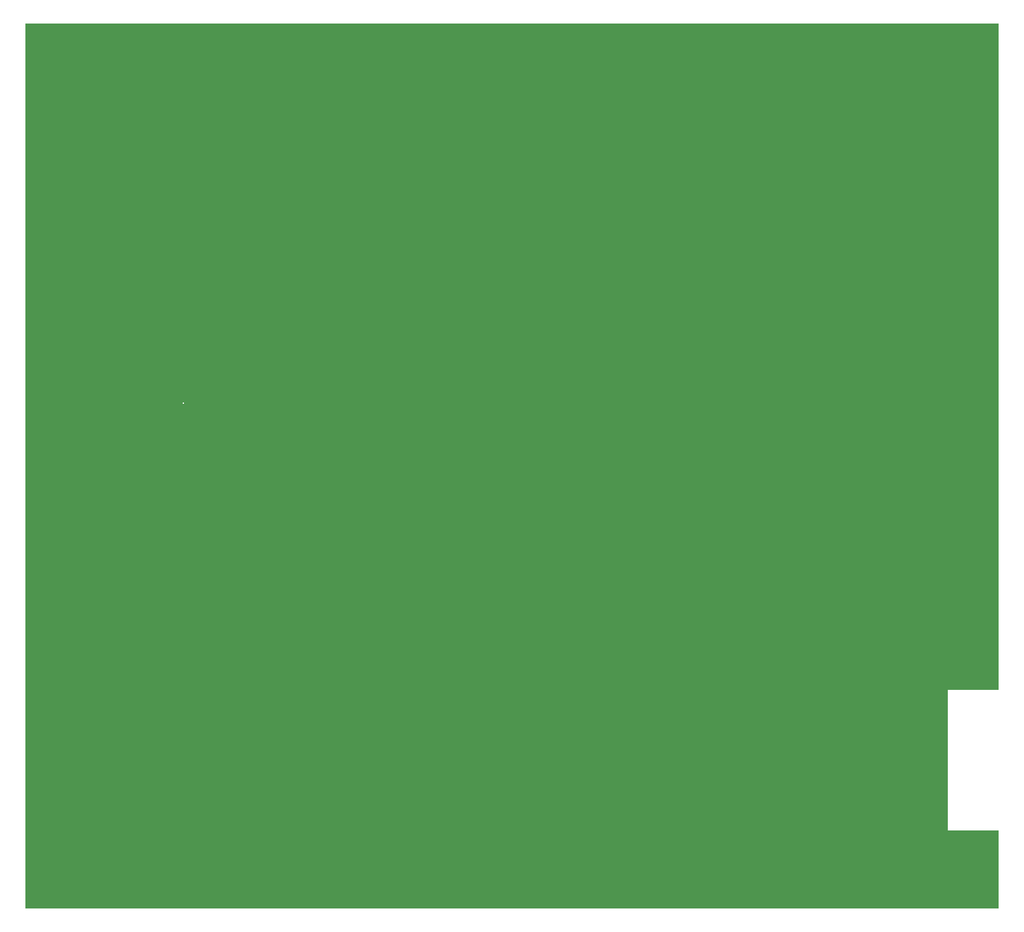
<source format=gbr>
G04 DipTrace 4.2.0.1*
G04 1 - Top.gbr*
%MOIN*%
G04 #@! TF.FileFunction,Copper,L1,Top*
G04 #@! TF.Part,Single*
%AMOUTLINE0*
4,1,4,
-0.029998,0.028001,
0.030002,0.027996,
0.029998,-0.028001,
-0.030002,-0.027996,
-0.029998,0.028001,
0*%
%AMOUTLINE3*
4,1,4,
-0.032,0.032002,
0.032002,0.032,
0.032,-0.032002,
-0.032002,-0.032,
-0.032,0.032002,
0*%
%AMOUTLINE6*
4,1,4,
-0.035999,0.036001,
0.036001,0.035999,
0.035999,-0.036001,
-0.036001,-0.035999,
-0.035999,0.036001,
0*%
%AMOUTLINE9*
4,1,4,
-0.024999,0.007002,
0.025001,0.006998,
0.024999,-0.007002,
-0.025001,-0.006998,
-0.024999,0.007002,
0*%
%AMOUTLINE12*
4,1,8,
0.018701,-0.064961,
0.037402,-0.04626,
0.037402,0.04626,
0.018701,0.064961,
-0.018701,0.064961,
-0.037402,0.04626,
-0.037402,-0.04626,
-0.018701,-0.064961,
0.018701,-0.064961,
0*%
%AMOUTLINE15*
4,1,4,
-0.039999,0.013002,
0.040001,0.012995,
0.039999,-0.013002,
-0.040001,-0.012995,
-0.039999,0.013002,
0*%
%AMOUTLINE18*
4,1,4,
-0.049212,0.011815,
0.049214,0.011807,
0.049212,-0.011815,
-0.049214,-0.011807,
-0.049212,0.011815,
0*%
%AMOUTLINE21*
4,1,4,
-0.017713,0.039372,
0.01772,0.039369,
0.017713,-0.039372,
-0.01772,-0.039369,
-0.017713,0.039372,
0*%
G04 #@! TA.AperFunction,Conductor*
%ADD15C,0.014*%
%ADD16C,0.028*%
%ADD17C,0.027559*%
%ADD18C,0.15*%
%ADD19C,0.125*%
%ADD20C,0.12*%
G04 #@! TA.AperFunction,CopperBalancing*
%ADD21C,0.025*%
%ADD22C,0.01299*%
G04 #@! TA.AperFunction,Nonconductor*
%ADD23C,0.03937*%
G04 #@! TA.AperFunction,ComponentPad*
%ADD24C,0.125*%
%ADD25R,0.055997X0.06*%
%ADD26R,0.064003X0.064003*%
%ADD27R,0.06X0.055997*%
%ADD28R,0.051181X0.059055*%
%ADD29R,0.059055X0.051181*%
%ADD30R,0.06X0.065*%
%ADD31R,0.041339X0.025591*%
%ADD32R,0.047244X0.047244*%
G04 #@! TA.AperFunction,ComponentPad*
%ADD33R,0.072X0.072*%
%ADD34C,0.072*%
%ADD35C,0.12*%
%ADD36C,0.15*%
%ADD37R,0.177165X0.102362*%
G04 #@! TA.AperFunction,ComponentPad*
%ADD38R,0.065X0.065*%
%ADD39C,0.065*%
%ADD40C,0.08*%
%ADD41R,0.082X0.082*%
%ADD42C,0.082*%
%ADD43R,0.07X0.07*%
%ADD44C,0.07*%
%ADD45R,0.03937X0.033465*%
G04 #@! TA.AperFunction,ComponentPad*
%ADD46C,0.079*%
%ADD47R,0.06X0.06*%
%ADD48C,0.06*%
%ADD49C,0.16*%
%ADD50R,0.023622X0.07874*%
%ADD51R,0.027559X0.05315*%
%ADD52R,0.027559X0.070866*%
%ADD53R,0.023622X0.043307*%
%ADD54R,0.07874X0.035433*%
G04 #@! TA.AperFunction,ComponentPad*
%ADD55C,0.06*%
%ADD56R,0.216535X0.07874*%
G04 #@! TA.AperFunction,ViaPad*
%ADD57C,0.04*%
%ADD136C,0.021872*%
%ADD137C,0.013123*%
%ADD141OUTLINE0*%
%ADD144OUTLINE3*%
G04 #@! TA.AperFunction,ComponentPad*
%ADD147OUTLINE6*%
%ADD150OUTLINE9*%
%ADD153OUTLINE12*%
%ADD156OUTLINE15*%
%ADD159OUTLINE18*%
%ADD162OUTLINE21*%
%FSLAX26Y26*%
G04*
G70*
G90*
G75*
G01*
G04 Top*
%LPD*%
X1037495Y211475D2*
D15*
X1000831D1*
X973407Y238899D1*
X895320D1*
X1231459Y775392D2*
Y680388D1*
X1017413Y645738D2*
X1081425D1*
X1103336Y623827D1*
X1203988D1*
X1231459Y651298D1*
Y680388D1*
X496314Y121077D2*
X572159D1*
X580112Y113125D1*
X661163Y88446D2*
X604790D1*
X580112Y113125D1*
X615932Y459904D2*
X660030D1*
X678626Y441308D1*
X719089D1*
X774759D1*
X827832D1*
X1426067Y409332D2*
Y585898D1*
X1331576Y680388D1*
X1231459D1*
X1037495Y211475D2*
Y130621D1*
X4232052Y1031207D2*
X4176592D1*
X4110835Y965450D1*
X4060633D1*
X4057593Y968490D1*
X3842898Y2350671D2*
Y2370168D1*
X3780302D1*
X3220085Y518037D2*
X3217239D1*
Y400962D1*
X2755255Y2613068D2*
X2663856D1*
X2661337Y2610550D1*
X2867581Y2642886D2*
X2834428D1*
X2798398Y2606856D1*
X2761467D1*
X2755255Y2613068D1*
X2207709Y1761533D2*
X2206877D1*
Y1696113D1*
X2207709Y2038631D2*
X2209176D1*
Y2093327D1*
X2938251Y1897081D2*
X2941710D1*
Y1969282D1*
X2938251Y2038631D2*
X2939399D1*
Y2103046D1*
X3721234Y2232647D2*
Y2233201D1*
X3644172D1*
X4128507Y2617513D2*
X4058647Y2616192D1*
X4220147Y2632056D2*
X4143050D1*
X4128507Y2617513D1*
X3320299Y263644D2*
X3269886D1*
X3217239Y316291D1*
Y400962D1*
X2952427Y357265D2*
X3173542D1*
X3217239Y400962D1*
X2952425Y472318D2*
X3013062D1*
X3084417Y400962D1*
X3217239D1*
X3079951Y510037D2*
X3108164D1*
X3217239Y400962D1*
X4035598Y1076794D2*
Y1065146D1*
X4042882Y1057862D1*
Y968490D1*
X4057593D1*
X3485298Y2636184D2*
X3386846D1*
X3372308Y2621646D1*
X3296585D1*
X3294093Y2619154D1*
X492732Y1614510D2*
Y1514130D1*
X492719Y1514117D1*
X1504558Y1757869D2*
Y1720133D1*
X1505005Y1719685D1*
Y1692664D1*
X1509558Y2038631D2*
X1511499D1*
Y2100176D1*
X4621152Y1498846D2*
Y1457240D1*
X4581521Y1417609D1*
X4493902D1*
X4493534Y1498415D2*
Y1417976D1*
X4493902Y1417609D1*
X4402659D1*
X4361839Y1458429D1*
Y1495365D1*
X4249663Y1486769D2*
X4353243D1*
X4361839Y1495365D1*
X575396Y1902072D2*
D16*
X492732Y1819409D1*
Y1614510D1*
X3454289Y400636D2*
D15*
Y353811D1*
X3435908Y335430D1*
X3343552D1*
X3320299Y312177D1*
Y263644D1*
X804921Y745756D2*
X872001D1*
X891088Y726669D1*
Y709965D1*
X876879Y695756D1*
X804916D1*
X891088Y721530D2*
Y726669D1*
X1017413Y645738D2*
X933199D1*
X908598Y621136D1*
X1017409Y595738D2*
X933997D1*
X908598Y621136D1*
X804908Y595756D2*
X883218D1*
X908598Y621136D1*
X675343Y338917D2*
X754013D1*
X791375Y301555D1*
Y276290D1*
X895320Y238899D2*
X807937D1*
X791375Y255461D1*
Y276290D1*
X774759Y441308D2*
Y359663D1*
X754013Y338917D1*
X334403Y817172D2*
Y863959D1*
X363385Y892941D1*
X385713D1*
X409335D1*
X433521Y868755D1*
Y817172D1*
X574274Y836794D2*
X528054D1*
X505503Y859345D1*
X433521Y817172D2*
X471180D1*
X505503Y851495D1*
Y859345D1*
X540184Y940971D2*
D16*
Y900643D1*
X505503Y865962D1*
Y859345D1*
X1273310Y911693D2*
D15*
Y876718D1*
X1232089Y835497D1*
X1231459Y775392D2*
Y834867D1*
X1232089Y835497D1*
X615932Y600657D2*
X679261D1*
Y600654D1*
X4919542Y1140045D2*
Y1199486D1*
X4879756Y1239272D1*
X4878173D1*
X4919521Y462407D2*
Y432034D1*
X4913694Y426207D1*
Y371685D1*
X4901568D1*
X307650Y1596509D2*
X474731D1*
X492732Y1614510D1*
X669350Y1596509D2*
X510734D1*
X492732Y1614510D1*
X540184Y940971D2*
D16*
Y1411507D1*
X492719Y1458971D1*
D17*
Y1514117D1*
Y1563550D1*
D16*
Y1614497D1*
X492732Y1614510D1*
X4051197Y1480563D2*
D15*
Y1339255D1*
X3247702D1*
X2390528Y482080D1*
X1943543D1*
X1830503Y369039D1*
Y330715D1*
X4035598Y1076794D2*
X4051197D1*
Y1480563D1*
X3992898Y2350685D2*
Y2277984D1*
X4112310Y1640318D2*
X4105823D1*
X4088601Y1623096D1*
Y1586862D1*
X2394972Y587885D2*
Y680423D1*
X3120449Y1405899D1*
X3778942D1*
X496322Y211077D2*
X563333D1*
X589654Y237398D1*
X673814D1*
X675333Y238917D1*
X3842932Y1980592D2*
Y2053286D1*
X3797560Y2098657D1*
X3721239D1*
X1504558Y1893417D2*
Y1828150D1*
X1504562D1*
X2863948Y1827982D2*
Y1793228D1*
X2895643Y1761533D1*
X2938251D1*
X3367980Y2083629D2*
X3334934D1*
X3137190Y2281373D1*
X2954188D1*
X2863948Y2191133D1*
Y1827982D1*
X3494667Y2089112D2*
X3489184Y2083629D1*
X3367980D1*
X3721239Y2098657D2*
Y2089112D1*
X3494667D1*
X2207709Y1897081D2*
Y1830425D1*
X307642Y1506509D2*
X432413D1*
X433664Y1505259D1*
X323892Y600664D2*
X319971Y596743D1*
X240604D1*
Y1506509D2*
X307642D1*
X432714Y287533D2*
X496322Y223925D1*
Y211077D1*
X1317694Y1828150D2*
Y1106654D1*
X1605038Y819310D1*
X240604Y1506509D2*
Y1762814D1*
X512525Y2034735D1*
X1111109D1*
X1317694Y1828150D1*
X334403Y727172D2*
X268787D1*
X112673Y571058D1*
Y510223D1*
X136266D1*
X186591Y459899D1*
X323892D1*
X334403Y727172D2*
X433521D1*
X489571D1*
X490194Y727795D1*
X574274D1*
X152008Y3045870D2*
D18*
X152055Y3261475D1*
X3770823Y4637693D2*
D15*
X3768819D1*
X3637782Y4506656D1*
X2521921D1*
X2390791Y4637785D1*
X3485839Y568013D2*
X3352593D1*
Y564917D1*
X3485839Y568013D2*
X3538521D1*
X3571846Y601339D1*
Y717747D1*
X3469386Y820207D1*
X3414825D1*
X4542220Y2669459D2*
Y2617382D1*
X4474824Y2549986D1*
X4062970D1*
X3943496Y2669459D1*
X3895824D1*
X3352593Y564917D2*
X3348980D1*
X3320299Y536236D1*
Y400631D1*
X975396Y1902117D2*
Y1744650D1*
X737256Y1506509D1*
X669356D1*
X553025D1*
X551774Y1505259D1*
X3201202Y2684723D2*
Y2290887D1*
X3320983Y2171106D1*
X3345857Y1280209D2*
Y1278583D1*
X3417899Y1206541D1*
Y823281D1*
X3414825Y820207D1*
X4542220Y2669459D2*
Y2758018D1*
X4592521Y2808319D1*
X4933677D1*
X5038329Y2912971D1*
X3320983Y2171106D2*
Y2375039D1*
X3429049Y2483105D1*
X3794022D1*
X3895824Y2584907D1*
Y2669459D1*
X3367970Y1993629D2*
X3490146D1*
X3494663Y1989112D1*
X3562810Y1920965D1*
X3978362D1*
X3992932Y1935534D1*
Y1980606D1*
X895316Y188899D2*
Y142512D1*
X949009Y88819D1*
X1255054D1*
Y433860D1*
X1068176Y620738D1*
X1017411D1*
X1255054Y88819D2*
X1377316D1*
X1821571Y533073D1*
Y593026D1*
X614987Y940971D2*
Y993293D1*
X713115Y1091421D1*
X719413D1*
X719992D1*
X822425Y988988D1*
Y949102D1*
X804923Y770756D2*
Y931600D1*
X822425Y949102D1*
X3892898Y2350676D2*
Y2204504D1*
X3922596Y2174806D1*
X4713272D1*
X4775659Y2112419D1*
X4780280D1*
X3892898Y2350676D2*
Y2289833D1*
X3870572Y2267508D1*
X3815072D1*
X3767098Y2315482D1*
X3521042D1*
X3494672Y2289112D1*
X664274Y727787D2*
X671306Y720756D1*
X804919D1*
X664274Y836786D2*
Y727787D1*
X1014551Y949087D2*
Y1012509D1*
X1093429Y1091387D1*
X1273310Y986496D2*
Y1062839D1*
X1244761Y1091387D1*
X1093429D1*
X1017424Y770738D2*
Y946214D1*
X1014551Y949087D1*
X1017417Y695738D2*
X1055609D1*
X1064870Y704999D1*
Y745064D1*
X1095198Y775392D1*
X1141459D1*
X3892932Y1980597D2*
Y2053297D1*
X3892925D1*
X3942932Y1980601D2*
Y2071727D1*
X4014846Y2143643D1*
X4650945D1*
X4748101Y2046487D1*
X4834259D1*
X4858089Y2070318D1*
Y2334626D1*
X4780298Y2412417D1*
X4192898Y2350703D2*
Y2459646D1*
X4245669Y2512417D1*
X4780304D1*
X4242898Y2350707D2*
Y2428727D1*
X413892Y600659D2*
X525925D1*
X525932Y600665D1*
X804915Y670756D2*
X585138D1*
X525932Y611550D1*
Y600665D1*
X4292898Y2350713D2*
X4364480Y2352038D1*
X4292932Y1980634D2*
X4700734D1*
X4844005Y1837361D1*
X675339Y288917D2*
X544266D1*
X512672Y320512D1*
Y446642D1*
X525932Y459902D1*
X413892D1*
Y459894D1*
X5086996Y1543846D2*
X5092525Y1538318D1*
Y1301185D1*
X3372308Y2711646D2*
X3485294D1*
Y2710987D1*
X4142898Y2350698D2*
Y2407098D1*
X4115217Y2434780D1*
X3795692Y2754304D2*
X3528612D1*
X3485294Y2710987D1*
X4092898Y2350694D2*
X4092904Y2277993D1*
X2867577Y2717689D2*
X2870520Y2720630D1*
X2908260D1*
X2931554Y2743924D1*
X3233399D1*
X3295642Y2681681D1*
X3298033D1*
X2755249Y2703068D2*
Y2687512D1*
X2800231D1*
X2830408Y2717689D1*
X2867577D1*
X4042898Y2350689D2*
Y2277990D1*
X4042904D1*
X4220151Y2706860D2*
X4128501D1*
Y2707513D1*
X4220151Y2706860D2*
X4252419D1*
X4307490Y2761930D1*
X2938251Y2174168D2*
Y2215610D1*
X2967949Y2245308D1*
X3046531D1*
X3285642Y2006198D1*
Y1951882D1*
X3348077Y1889446D1*
X4013234D1*
X4042932Y1919144D1*
Y1980610D1*
X675329Y188917D2*
X718698D1*
X751163Y156453D1*
Y88441D1*
X3942898Y2350680D2*
Y2251738D1*
X3982218Y2212417D1*
X4780286D1*
X3942898Y2350680D2*
Y2400762D1*
X3925724Y2417936D1*
X3494676D1*
Y2389112D1*
X4786636Y4165391D2*
D18*
X4036463D1*
X3432676Y3561604D1*
X2761474D1*
X2636287Y3436417D1*
Y3284988D1*
X4414129Y2961205D2*
D19*
X4521420D1*
X4706428Y3146213D1*
X4808125D1*
X4986573D1*
D18*
X5077445Y3237084D1*
Y3869226D1*
X4786636Y4160034D1*
Y4165391D1*
X2377022Y3813215D2*
Y3578425D1*
X2261287Y3462690D1*
Y3284988D1*
X1539618Y3796862D2*
D20*
Y3931861D1*
D18*
Y4038440D1*
X1666567Y4165388D1*
X2069043D1*
X2143025Y4034903D1*
X2251900Y3842871D1*
D20*
X2377022Y3813215D1*
X3261196Y4418122D2*
D15*
X438745D1*
X300319Y4279696D1*
Y4052891D1*
X159440Y3912012D1*
X151986D1*
X3579785Y2673591D2*
Y2669451D1*
X3740066D1*
X4637970Y3964139D2*
X4337033Y3663202D1*
X4331613D1*
X3740066Y2669451D2*
X3786745D1*
X4069154Y2951860D1*
Y3491165D1*
X4241190Y3663202D1*
X4331613D1*
X804909Y620756D2*
X766575D1*
X761605Y615786D1*
Y579248D1*
X824741Y516112D1*
X827832D1*
X1909287Y3095988D2*
D18*
X1886287Y3118988D1*
Y3284988D1*
X924518Y2719434D2*
D15*
Y2825999D1*
X775501Y2975016D1*
X624451D1*
X1289618Y3796846D2*
D20*
Y3659130D1*
D18*
X1389902Y3558846D1*
X1745640D1*
X1884252Y3420235D1*
X1886287Y3422270D1*
Y3284988D1*
X982429Y4165349D2*
X1078475Y4050131D1*
X1203176Y3900542D1*
D20*
X1289618Y3796846D1*
X3406564Y4165396D2*
D18*
X3700022D1*
Y4165241D1*
X3406564Y4165396D2*
X2988955D1*
X2636782Y3813223D1*
D20*
X2627022D1*
X2962067Y2680290D2*
D15*
Y2622923D1*
X2833190Y2494046D1*
X389419D1*
X49003Y2834462D1*
Y4024672D1*
X151946Y4127617D1*
X3045444Y2684715D2*
Y2680290D1*
X2962067D1*
X4389333Y2778217D2*
Y2669451D1*
X4386462D1*
X4314636Y2669453D2*
X4386462D1*
Y2669451D1*
X1919419Y4637824D2*
Y4566091D1*
X2022571Y4462938D1*
X4462092D1*
X4636965Y4637811D1*
X624423Y4061630D2*
D18*
Y4211630D1*
X624369D1*
Y4277282D1*
X624423Y4061630D2*
Y3591625D1*
X1354404Y2861643D1*
X2803564D1*
X3011287Y3069366D1*
Y3284988D1*
X895325Y288899D2*
D15*
X1083168D1*
X1127495Y244572D1*
Y211475D1*
X895329Y338899D2*
X981618D1*
X1052051Y409332D1*
X3028251Y1761535D2*
Y1897084D1*
Y1900567D1*
X3129980D1*
X2297709Y1761535D2*
Y1897084D1*
Y1900567D1*
X2399440D1*
X1594558Y1757874D2*
Y1893423D1*
Y1898719D1*
X1696287D1*
Y1900566D1*
X4911467Y1639965D2*
X4912025D1*
Y1475302D1*
X5002525Y1384802D1*
Y1301172D1*
X4142932Y1980619D2*
Y2053584D1*
X4194495Y2105147D1*
X4634448D1*
X4735269Y2004324D1*
X4841592D1*
X4911467Y1934449D1*
Y1639965D1*
X1141459Y680386D2*
X1126650D1*
X1117001Y670738D1*
X1017416D1*
X2207709Y2174168D2*
Y2211052D1*
X2237407Y2240751D1*
X2325610D1*
X2878403Y1687958D1*
X3269004D1*
X3378054Y1797008D1*
X4156446D1*
X4192932Y1833493D1*
Y1980625D1*
X4242932Y1980629D2*
Y1814934D1*
X4195009Y1767012D1*
X3406513D1*
X3207079Y1567577D1*
X1557609D1*
X1410009Y1715177D1*
Y2130946D1*
X1453230Y2174167D1*
X1509558D1*
X3217850Y1755123D2*
Y1863168D1*
X3220533D1*
X3217850Y1230033D2*
X2318530Y330713D1*
X2298503D1*
X2489992Y1863168D2*
Y1757060D1*
X2359400Y1626469D1*
X1786840Y1863169D2*
Y1811356D1*
X1982896Y1615299D1*
X1987634D1*
X3028251Y2038626D2*
Y2174171D1*
X3058988D1*
X3220530Y2012629D1*
Y1937971D1*
X2297709Y2038626D2*
Y2174171D1*
X2328441D1*
X2489990Y2012622D1*
Y1937971D1*
X1599558Y2038626D2*
Y2174172D1*
X1624122D1*
X1783829Y2014465D1*
Y1937972D1*
X1786836D1*
X719089Y516112D2*
Y617320D1*
X747525Y645756D1*
X804912D1*
X4369542Y1140487D2*
Y1208280D1*
X4163497Y1414325D1*
Y1578333D1*
X4013798Y1586864D2*
Y1586844D1*
X3967441D1*
X4869542Y1140442D2*
Y609458D1*
X4867702D1*
X4051199Y1586862D2*
Y1656133D1*
X4083756Y1688689D1*
X4250064D1*
Y1687202D1*
X4493547Y1632404D2*
Y1748630D1*
X4493542D1*
X4730419Y313803D2*
Y237975D1*
X4728904D1*
X2952427Y267265D2*
X2738970D1*
X2675290Y203585D1*
Y132492D1*
X4743094Y1588846D2*
X4773718D1*
X4793224Y1569340D1*
Y1263206D1*
X4869542Y1186888D1*
Y1140442D1*
X4493547Y1632404D2*
X4498990Y1637846D1*
X4728714D1*
X4743094Y1623466D1*
Y1588846D1*
X4249660Y1576769D2*
X4296660D1*
X4305256Y1585365D1*
X4361836D1*
X4250064Y1687202D2*
Y1576769D1*
X4249660D1*
X3919795Y879630D2*
Y892563D1*
X3923604Y896371D1*
Y968487D1*
X4361836Y1585365D2*
X4481591D1*
X4493547Y1597322D1*
Y1632404D1*
X3454289Y263642D2*
Y209076D1*
X3424591Y179378D1*
X2982626D1*
X2952427Y209577D1*
Y267265D1*
X3454289Y263642D2*
X3726752D1*
X3902661Y439551D1*
X3662215Y548025D2*
Y483505D1*
X3706169Y439551D1*
X3902661D1*
X3919795Y879630D2*
X3837887D1*
X3772416Y814159D1*
Y569798D1*
X3902661Y439551D1*
X1605042Y919310D2*
X2467820D1*
X3029075Y1480564D1*
X4013795D1*
X1921571Y593024D2*
Y595247D1*
X1929446D1*
X1936814Y587879D1*
X2304972D1*
X4719542Y1140455D2*
X4719535Y1067756D1*
X4493539Y1838630D2*
X4639423D1*
X4879654Y1598399D1*
Y1306650D1*
X4819521Y462415D2*
Y237978D1*
X4818904D1*
X3220098Y668037D2*
X3355203D1*
Y667825D1*
Y791084D1*
X3326075Y820213D1*
X3280836D1*
X3485843Y618013D2*
X3380524D1*
X3355203Y643333D1*
Y667825D1*
X3485846Y668013D2*
X3453017D1*
X3451818Y666814D1*
X3356215D1*
X3355203Y667825D1*
X3220094Y618037D2*
X3192577D1*
X3190341Y620273D1*
X3079951D1*
X3034845D1*
X3011429Y643689D1*
X2777340D1*
X2675272Y541621D1*
Y447453D1*
X3220091Y568037D2*
X2952423D1*
Y562318D1*
X3485833Y518013D2*
X3571417D1*
X3604900Y551496D1*
Y608327D1*
X3634598Y638025D1*
X3662210D1*
Y855921D1*
X3883085Y1076797D1*
X3945598D1*
X4819542Y1140446D2*
Y570967D1*
X4821369D1*
X4743094Y1498846D2*
X4693491D1*
X4680982Y1511356D1*
Y1572394D1*
X4664529Y1588846D1*
X4621155D1*
X4743094Y1498846D2*
Y1273008D1*
X4819402Y1196701D1*
Y1140587D1*
X4819542Y1140446D1*
X4769521Y462420D2*
Y408411D1*
X4738261Y377151D1*
X4196319D1*
X4033916Y539554D1*
X4002660D1*
X4719521Y462424D2*
Y562984D1*
X4269521Y462465D2*
X4207270D1*
X4085096Y584639D1*
Y664039D1*
X4043706Y705429D1*
X3968535D1*
X3902659Y639551D1*
X4232047Y981207D2*
X4309652D1*
X4339350Y1010906D1*
Y1041566D1*
X4307907Y1073009D1*
X4230018D1*
X4088598Y1214429D1*
Y1480563D1*
D57*
X580112Y113125D3*
X1037495Y130621D3*
X3644172Y2233201D3*
X3992898Y2277984D3*
X2207709Y1830425D3*
X240604Y596743D3*
Y1506509D3*
X432714Y287533D3*
X240604Y596743D3*
X1317694Y1828150D3*
X240604Y1506509D3*
X1317694Y1828150D3*
X3320983Y2171106D3*
X3345857Y1280209D3*
X5038329Y2912971D3*
X4242898Y2428727D3*
X4115217Y2434780D3*
X3795692Y2754304D3*
X4637970Y3964139D3*
X4389333Y2778217D3*
X3217850Y1230033D3*
X4719521Y562984D3*
X891088Y721530D3*
X4867702Y609458D3*
X4821369Y570967D3*
X4719535Y1067756D3*
X4163497Y1578333D3*
X908598Y621136D3*
X791375Y276290D3*
X3892925Y2053297D3*
X4364480Y2352038D3*
X4092904Y2277993D3*
X4042904Y2277990D3*
X3780302Y2370168D3*
X3355203Y667825D3*
X3217239Y400962D3*
X3352593Y564917D3*
X2661337Y2610550D3*
X2206877Y1696113D3*
X2209176Y2093327D3*
X3294093Y2619154D3*
X2941710Y1969282D3*
X2939399Y2103046D3*
X4058647Y2616192D3*
X1505005Y1692664D3*
X1511499Y2100176D3*
X4493902Y1417609D3*
X1987634Y1615299D3*
X2359400Y1626469D3*
X385713Y892941D3*
X505503Y859345D3*
X1232089Y835497D3*
X679261Y600654D3*
X4878173Y1239272D3*
X4901568Y371685D3*
X3261196Y4418122D3*
X4112310Y1640318D3*
X3778942Y1405899D3*
X1504562Y1828150D3*
X2863948Y1827982D3*
X3298033Y2681681D3*
X4307490Y2761930D3*
X4911467Y1639965D3*
X3217850Y1755123D3*
X3967441Y1586844D3*
X3919795Y879630D3*
X4250064Y1687202D3*
X4730419Y313803D3*
X4879654Y1306650D3*
D24*
X112673Y510223D3*
D25*
X669355Y1506509D3*
X669351Y1596509D3*
D26*
X3721233Y2232647D3*
X3721239Y2098657D3*
D25*
X307649Y1596509D3*
X307642Y1506509D3*
D27*
X615932Y600658D3*
X525932Y600665D3*
X1231459Y680388D3*
X1141459Y680386D3*
D25*
X496313Y121077D3*
X496322Y211077D3*
D27*
X2938251Y1897081D3*
X3028251Y1897084D3*
X2207709Y1761533D3*
X2297709Y1761535D3*
X1504558Y1757869D3*
X1594558Y1757873D3*
D25*
X334403Y817172D3*
Y727172D3*
D141*
X574274Y727795D3*
X664274Y727787D3*
D27*
X1231459Y775392D3*
X1141459D3*
D141*
X661163Y88447D3*
X751163Y88440D3*
X323892Y459900D3*
X413892Y459893D3*
D27*
X1037495Y211475D3*
X1127495D3*
D28*
X540184Y940971D3*
X614987D3*
D29*
X1273310Y911693D3*
Y986496D3*
D25*
X2952427Y357265D3*
Y267265D3*
D26*
X3454289Y400636D3*
X3320299Y400632D3*
X4493547Y1632404D3*
X4493534Y1498415D3*
X3923604Y968487D3*
X4057593Y968490D3*
D144*
X3454289Y263641D3*
X3320299Y263645D3*
D25*
X2952425Y472318D3*
X2952422Y562318D3*
X4249662Y1486769D3*
X4249661Y1576769D3*
X4621153Y1498846D3*
X4621155Y1588846D3*
X4361838Y1495365D3*
X4361836Y1585365D3*
D30*
X4386462Y2669452D3*
X4542220Y2669459D3*
X3045444Y2684715D3*
X3201202Y2684724D3*
X3740066Y2669451D3*
X3895824Y2669460D3*
D31*
X1786840Y1863169D3*
X1786836Y1937972D3*
X1696287Y1900566D3*
X2489992Y1863168D3*
X2489989Y1937971D3*
X2399439Y1900567D3*
X3220533Y1863168D3*
X3220530Y1937971D3*
X3129980Y1900567D3*
D32*
X3079951Y620273D3*
Y510037D3*
D33*
X1605038Y819310D3*
D34*
X1605042Y919310D3*
X1605046Y1019310D3*
D35*
X2298503Y330713D3*
X2142503Y330714D3*
X1986503D3*
X1830503Y330715D3*
D147*
X1821571Y593026D3*
D34*
X1921571Y593024D3*
D27*
X2394972Y587884D3*
X2304972Y587880D3*
D35*
X2019013Y3801298D3*
X1769013Y3801282D3*
X2627022Y3813224D3*
X2377022Y3813215D3*
X1289618Y3796847D3*
X1539618Y3796862D3*
D36*
X3770823Y4637693D3*
X4636965Y4637811D3*
X4786636Y4165391D3*
X3700022Y4165242D3*
X152055Y3261475D3*
X151947Y4127616D3*
X624369Y4277282D3*
X624505Y3190668D3*
X2390792Y4637785D3*
X3256933Y4637830D3*
X3406564Y4165397D3*
X2319950Y4165341D3*
D24*
X4808128Y2961213D3*
X4414128Y2961204D3*
X4808124Y3146213D3*
X4414124Y3146204D3*
X4808119Y3378213D3*
X4414119Y3378204D3*
X4890613Y3663215D3*
X4331613Y3663203D3*
D36*
X152008Y3045870D3*
X151986Y3912011D3*
X624423Y4061630D3*
X624451Y2975016D3*
X1053277Y4637792D3*
X1919419Y4637824D3*
X2069043Y4165389D3*
X982428Y4165349D3*
D25*
X433521Y817172D3*
Y727172D3*
D141*
X574274Y836794D3*
X664274Y836786D3*
D27*
X615932Y459904D3*
X525932Y459902D3*
D37*
X2675272Y447453D3*
X2675290Y132492D3*
D38*
X5086996Y1543846D3*
D39*
X4986996Y1543847D3*
D40*
X770975Y2719417D3*
X924518Y2719434D3*
X575396Y1902073D3*
X975396Y1902117D3*
X125396Y1902023D3*
D41*
X3494675Y2389112D3*
D42*
X3494672Y2289112D3*
X3494669Y2189112D3*
X3494666Y2089112D3*
X3494663Y1989112D3*
D43*
X4002662Y439553D3*
D44*
X4002660Y539553D3*
X4002658Y639553D3*
X3902658Y639552D3*
X3902660Y539552D3*
X3902662Y439552D3*
D45*
X4220151Y2706860D3*
X4220147Y2632057D3*
X4314637Y2669453D3*
X2867578Y2717688D3*
X2867581Y2642885D3*
X2962067Y2680291D3*
X3485294Y2710987D3*
X3485298Y2636184D3*
X3579784Y2673591D3*
D25*
X4128507Y2617513D3*
X4128501Y2707513D3*
X2755254Y2613068D3*
X2755250Y2703068D3*
X3372308Y2621646D3*
X3372309Y2711646D3*
D27*
X3028251Y2174171D3*
X2938251Y2174168D3*
X2207709D3*
X2297709Y2174171D3*
X1509558Y2174167D3*
X1599558Y2174171D3*
X3028251Y1761536D3*
X2938251Y1761532D3*
X2297709Y1897084D3*
X2207709Y1897081D3*
X1594558Y1893422D3*
X1504558Y1893418D3*
D25*
X3367980Y2083629D3*
X3367970Y1993629D3*
D27*
X5092525Y1301185D3*
X5002525Y1301172D3*
X413892Y600659D3*
X323892Y600664D3*
D141*
X2938251Y2038632D3*
X3028251Y2038625D3*
X2207709Y2038632D3*
X2297709Y2038625D3*
X1509558Y2038631D3*
X1599558Y2038626D3*
D29*
X719089Y441308D3*
Y516112D3*
X827832Y441308D3*
Y516112D3*
D26*
X3280836Y820212D3*
X3414825Y820208D3*
D27*
X4035598Y1076794D3*
X3945598Y1076797D3*
D25*
X3662215Y548025D3*
X3662210Y638025D3*
X4743094Y1588846D3*
Y1498846D3*
X4493542Y1748630D3*
X4493540Y1838630D3*
D27*
X4728904Y237975D3*
X4818904Y237978D3*
D46*
X5040856Y1837368D3*
X4844005Y1837361D3*
D47*
X5080279Y2112399D3*
D48*
X5080286Y2212400D3*
X5080292Y2312399D3*
X5080298Y2412399D3*
X4780298Y2412418D3*
X5080305Y2512400D3*
X4780305Y2512418D3*
X5080311Y2612399D3*
X4780311Y2612418D3*
X4780292Y2312418D3*
X4780286Y2212418D3*
X4780279Y2112419D3*
X5080317Y2712399D3*
X4780317Y2712418D3*
D36*
X1511287Y3284988D3*
X1886287D3*
X2261287D3*
X2636287D3*
X3011287D3*
X3386287D3*
X3761287D3*
D49*
X1484287Y3095988D3*
X1909287D3*
D50*
X3842932Y1980592D3*
X3892932Y1980597D3*
X3942932Y1980601D3*
X3992932Y1980606D3*
X4042932Y1980611D3*
X4092932Y1980615D3*
X4142932Y1980620D3*
X4192932Y1980624D3*
X4242932Y1980629D3*
X4292932Y1980634D3*
X4292898Y2350712D3*
X4242898Y2350708D3*
X4192898Y2350703D3*
X4142898Y2350698D3*
X4092898Y2350694D3*
X4042898Y2350689D3*
X3992898Y2350685D3*
X3942898Y2350680D3*
X3892898Y2350676D3*
X3842898Y2350671D3*
D150*
X804923Y770756D3*
X804921Y745756D3*
X804918Y720756D3*
X804916Y695756D3*
X804914Y670756D3*
X804912Y645756D3*
X804910Y620756D3*
X804908Y595756D3*
X1017409Y595738D3*
X1017411Y620738D3*
X1017413Y645738D3*
X1017416Y670738D3*
X1017418Y695738D3*
X1017420Y720738D3*
X1017422Y745738D3*
X1017424Y770738D3*
D153*
X492732Y1614510D3*
D51*
X433664Y1505259D3*
D52*
X492719Y1514117D3*
D51*
X551774Y1505259D3*
D156*
X895316Y188899D3*
X895321Y238899D3*
X895325Y288899D3*
X895329Y338899D3*
X675330Y188917D3*
X675334Y238917D3*
X675338Y288917D3*
X675342Y338917D3*
D159*
X3220086Y518036D3*
X3485834Y518014D3*
X3485838Y568014D3*
X3220090Y568036D3*
X3220094Y618036D3*
X3485842Y618014D3*
X3485847Y668014D3*
X3220099Y668036D3*
D53*
X4013795Y1480564D3*
X4051197D3*
X4088599Y1480563D3*
X4088601Y1586862D3*
X4051199Y1586863D3*
X4013798Y1586864D3*
D162*
X4919542Y1140044D3*
X4869542Y1140442D3*
X4819542Y1140447D3*
X4769542Y1140451D3*
X4719542Y1140455D3*
X4669542Y1140460D3*
X4619542Y1140464D3*
X4569542Y1140469D3*
X4519542Y1140473D3*
X4469542Y1140478D3*
X4419542Y1140482D3*
X4369542Y1140487D3*
X4319542Y1140491D3*
X4269542Y1140496D3*
D54*
X4232052Y1031208D3*
X4232047Y981208D3*
X4232043Y931208D3*
X4232039Y881208D3*
X4232034Y831208D3*
X4232030Y781208D3*
X4232025Y731208D3*
X4232021Y681208D3*
X4232016Y631208D3*
X4232012Y581208D3*
D162*
X4269521Y462464D3*
X4319521Y462460D3*
X4369521Y462455D3*
X4419521Y462451D3*
X4469521Y462446D3*
X4519521Y462442D3*
X4569521Y462437D3*
X4619521Y462433D3*
X4669521Y462428D3*
X4719521Y462424D3*
X4769521Y462420D3*
X4819521Y462415D3*
X4869521Y462411D3*
X4919521Y462406D3*
D55*
X822425Y949103D3*
X1014551Y949086D3*
D56*
X1093429Y1091387D3*
X719413Y1091422D3*
X1426067Y409332D3*
X1052051D3*
D23*
X133138Y130787D3*
X5118927Y4641252D3*
G04 Bottom*
X580112Y113125D2*
D15*
X585165D1*
X1037495Y130621D2*
X1041394Y126722D1*
X3644172Y2233201D2*
X3642934Y2231963D1*
X3992898Y2277984D2*
Y2214958D1*
X3966904Y2188965D1*
X3803924D1*
X3777924Y2162965D1*
Y1916432D1*
X4054038Y1640318D1*
X4112310D1*
X3778942Y1405899D2*
X3779740Y1469437D1*
X3777924Y1471253D1*
Y1916432D1*
X2863948Y1827982D2*
X2863457Y1828472D1*
X2207709D1*
X2082277D1*
Y1828150D1*
X1504562D1*
X2207709Y1830425D2*
Y1828472D1*
X240604Y596743D2*
Y1506509D1*
Y596743D2*
Y479643D1*
X432714Y287533D1*
X1504562Y1828150D2*
X1317694D1*
X152055Y3261475D2*
X49003Y3364528D1*
Y4472488D1*
X214307Y4637793D1*
X1053277D1*
X3770823Y4637693D2*
X3942988Y4465528D1*
X4659207D1*
X4890613Y4234122D1*
Y3663215D1*
X2390791Y4637785D2*
X2270814Y4517807D1*
X1173262D1*
X1053277Y4637793D1*
X152008Y3045870D2*
Y2725505D1*
X975396Y1902117D1*
X3320983Y2171106D2*
X3345857Y2146232D1*
Y1280209D1*
X5038329Y2912971D2*
Y3515499D1*
X4890613Y3663215D1*
X3892925Y2053297D2*
Y2135028D1*
X3918925Y2161028D1*
X4464719D1*
X4616109Y2312417D1*
X4780293D1*
X4242898Y2428727D2*
Y2513804D1*
X4341510Y2612417D1*
X4780311D1*
X4364480Y2352038D2*
X4473911Y2461469D1*
X4803298D1*
X4852148Y2510319D1*
Y2640587D1*
X4780318Y2712417D1*
X4414119Y3378205D2*
D18*
X4360612Y3431713D1*
X3908012D1*
X3761287Y3284988D1*
X4115217Y2434780D2*
D15*
X3795692Y2754304D1*
X4092904Y2277993D2*
Y2319366D1*
X3730589Y2681681D1*
X3298033D1*
X4042904Y2277990D2*
Y2253316D1*
X4085529Y2210692D1*
X4139457D1*
X4169155Y2240390D1*
Y2623596D1*
X4307490Y2761930D1*
X2319950Y4165341D2*
D18*
X2817799D1*
X3259428Y3723713D1*
X3386287Y3596853D1*
Y3284988D1*
X4808119Y3378213D2*
X4480243Y3892980D1*
X3695528D1*
X3526260Y3723713D1*
X3386287Y3583740D1*
Y3284988D1*
X3259428Y3723713D2*
X3526260D1*
X4414125Y3146205D2*
D19*
X4513472D1*
X4698465Y2961213D1*
X4808129D1*
X2261287Y3284988D2*
D18*
Y3213955D1*
X2451756Y3023488D1*
X3927562D1*
X4050278Y3146205D1*
X4276625D1*
D19*
X4414125D1*
X3256933Y4637829D2*
D15*
X3262238D1*
Y4458265D1*
X3261196Y4457223D1*
Y4418122D1*
X4183987D1*
X4637970Y3964139D1*
X982429Y4165349D2*
D18*
Y4283972D1*
X786667Y4479735D1*
X517219D1*
X370828Y4333344D1*
Y3074175D1*
X469987Y2975016D1*
X624451D1*
X2019013Y3801298D2*
Y3664425D1*
X2125552Y3557886D1*
X2524335D1*
X2627022Y3660573D1*
Y3813223D1*
X2019013Y3801298D2*
D20*
X1948963Y3916702D1*
D18*
X1796085Y4168562D1*
X1378017Y4167726D1*
X1045797Y3921240D1*
X699438Y3320610D1*
X624505Y3190668D1*
X4636965Y4637811D2*
D15*
X4685407D1*
X5097568Y4225650D1*
Y2858072D1*
X5017713Y2778217D1*
X4389333D1*
X1484287Y3095988D2*
D18*
X1511287Y3122988D1*
Y3284988D1*
X770975Y2719417D2*
D15*
Y2840566D1*
X1026398Y3095988D1*
X1484287D1*
X1769013Y3801282D2*
D18*
Y3629185D1*
X1601173Y3405075D1*
X1511287Y3284988D1*
X3217850Y1755123D2*
D15*
Y1230033D1*
X2359400Y1626469D2*
X2355711D1*
X2142503Y1413260D1*
Y330714D1*
X1987634Y1615299D2*
Y331845D1*
X1986503Y330714D1*
X4163497Y1578333D2*
Y1583348D1*
X3967441D1*
Y1586844D1*
X4250064Y1687202D2*
X4420206Y1517060D1*
Y1004150D1*
X4295686Y879630D1*
X3919795D1*
X4867702Y609458D2*
Y451087D1*
X4730419Y313803D1*
X1921571Y593024D2*
Y605206D1*
X1607467Y919310D1*
X1605042D1*
X4719535Y1067756D2*
Y1196849D1*
X4829336Y1306650D1*
X4879654D1*
X4821369Y570967D2*
Y486904D1*
X4774018Y439554D1*
X4002661D1*
X4719521Y562984D2*
X4639963Y483427D1*
X4158785D1*
X4002659Y639554D1*
D57*
X580112Y113125D3*
X1037495Y130621D3*
X3644172Y2233201D3*
X3992898Y2277984D3*
X2207709Y1830425D3*
X240604Y596743D3*
Y1506509D3*
X432714Y287533D3*
X240604Y596743D3*
X1317694Y1828150D3*
X240604Y1506509D3*
X1317694Y1828150D3*
X3320983Y2171106D3*
X3345857Y1280209D3*
X5038329Y2912971D3*
X4242898Y2428727D3*
X4115217Y2434780D3*
X3795692Y2754304D3*
X4637970Y3964139D3*
X4389333Y2778217D3*
X3217850Y1230033D3*
X4719521Y562984D3*
X891088Y721530D3*
X4867702Y609458D3*
X4821369Y570967D3*
X4719535Y1067756D3*
X4163497Y1578333D3*
X908598Y621136D3*
X791375Y276290D3*
X3892925Y2053297D3*
X4364480Y2352038D3*
X4092904Y2277993D3*
X4042904Y2277990D3*
X3780302Y2370168D3*
X3355203Y667825D3*
X3217239Y400962D3*
X3352593Y564917D3*
X2661337Y2610550D3*
X2206877Y1696113D3*
X2209176Y2093327D3*
X3294093Y2619154D3*
X2941710Y1969282D3*
X2939399Y2103046D3*
X4058647Y2616192D3*
X1505005Y1692664D3*
X1511499Y2100176D3*
X4493902Y1417609D3*
X1987634Y1615299D3*
X2359400Y1626469D3*
X385713Y892941D3*
X505503Y859345D3*
X1232089Y835497D3*
X679261Y600654D3*
X4878173Y1239272D3*
X4901568Y371685D3*
X3261196Y4418122D3*
X4112310Y1640318D3*
X3778942Y1405899D3*
X1504562Y1828150D3*
X2863948Y1827982D3*
X3298033Y2681681D3*
X4307490Y2761930D3*
X4911467Y1639965D3*
X3217850Y1755123D3*
X3967441Y1586844D3*
X3919795Y879630D3*
X4250064Y1687202D3*
X4730419Y313803D3*
X4879654Y1306650D3*
X1183262Y2790293D2*
D21*
X3764669D1*
X3826726D2*
X4268878D1*
X5078850D2*
X5159524D1*
X1183262Y2765424D2*
X3748629D1*
X3842748D2*
X4259207D1*
X5100577D2*
X5159488D1*
X1183262Y2740555D2*
X3749383D1*
X3858501D2*
X4237049D1*
X4831142D2*
X5029497D1*
X5131134D2*
X5159451D1*
X1183262Y2715686D2*
X3264677D1*
X3331398D2*
X3768348D1*
X3883369D2*
X4212181D1*
X4838642D2*
X5021997D1*
X5138651D2*
X5159434D1*
X1183262Y2690818D2*
X3250521D1*
X3770513D2*
X3810117D1*
X3908236D2*
X4187314D1*
X4850986D2*
X5026232D1*
X5134417D2*
X5159398D1*
X1183262Y2665949D2*
X3252387D1*
X3795381D2*
X3834984D1*
X3933104D2*
X4162446D1*
X4875853D2*
X5046686D1*
X5113963D2*
X5159362D1*
X1183262Y2641080D2*
X3274079D1*
X3321996D2*
X3722129D1*
X3820248D2*
X3859852D1*
X3957971D2*
X4138762D1*
X4887570D2*
X5029802D1*
X5130811D2*
X5159344D1*
X1183262Y2616211D2*
X3746996D1*
X3845115D2*
X3884720D1*
X3982840D2*
X4133739D1*
X4887570D2*
X5022016D1*
X5138597D2*
X5159308D1*
X1183262Y2591343D2*
X3771864D1*
X3869984D2*
X3909588D1*
X4007707D2*
X4133739D1*
X4887570D2*
X5025999D1*
X5134614D2*
X5159273D1*
X1183262Y2566474D2*
X3796732D1*
X3894852D2*
X3934455D1*
X4032575D2*
X4133739D1*
X4887570D2*
X5045896D1*
X5114717D2*
X5159255D1*
X1183262Y2541605D2*
X3821600D1*
X3919719D2*
X3959323D1*
X4057442D2*
X4133739D1*
X4887570D2*
X5030108D1*
X5130487D2*
X5159219D1*
X80596Y2516736D2*
X311714D1*
X409833D2*
X3846467D1*
X3944587D2*
X3984209D1*
X4082328D2*
X4133739D1*
X4887570D2*
X5022051D1*
X5138562D2*
X5159182D1*
X80596Y2491867D2*
X336581D1*
X434701D2*
X3871335D1*
X3969454D2*
X4009076D1*
X4107196D2*
X4133739D1*
X4881917D2*
X5025783D1*
X5134829D2*
X5159165D1*
X80596Y2466999D2*
X361449D1*
X459568D2*
X3896220D1*
X3994323D2*
X4033945D1*
X4857894D2*
X5045160D1*
X5115451D2*
X5159129D1*
X80596Y2442130D2*
X386316D1*
X484436D2*
X3425259D1*
X3564106D2*
X3921088D1*
X4019207D2*
X4058812D1*
X4833025D2*
X5030430D1*
X5130164D2*
X5159093D1*
X80596Y2417261D2*
X411185D1*
X509304D2*
X3425259D1*
X3564106D2*
X3945957D1*
X4044076D2*
X4070259D1*
X4838516D2*
X5022087D1*
X5138508D2*
X5159075D1*
X80596Y2392392D2*
X436070D1*
X534172D2*
X3425259D1*
X3564106D2*
X3970824D1*
X4068944D2*
X4095055D1*
X4835017D2*
X5025585D1*
X5135026D2*
X5159039D1*
X80596Y2367524D2*
X460938D1*
X559058D2*
X3425259D1*
X3564106D2*
X3995692D1*
X4093811D2*
X4133739D1*
X4816142D2*
X5044425D1*
X5116169D2*
X5159003D1*
X80596Y2342655D2*
X485806D1*
X583925D2*
X3425259D1*
X3564106D2*
X4020559D1*
X4118678D2*
X4133739D1*
X4829832D2*
X5030753D1*
X5129824D2*
X5158986D1*
X80596Y2317786D2*
X510673D1*
X608793D2*
X3431699D1*
X3557648D2*
X3967487D1*
X4838462D2*
X5022123D1*
X5138454D2*
X5158949D1*
X80596Y2292917D2*
X535541D1*
X633660D2*
X3425366D1*
X3563982D2*
X3946979D1*
X4835197D2*
X5025370D1*
X5135206D2*
X5158913D1*
X80596Y2268049D2*
X560409D1*
X658529D2*
X3428650D1*
X3560698D2*
X3945562D1*
X4620806D2*
X4743752D1*
X4816824D2*
X5043726D1*
X5116852D2*
X5158878D1*
X80596Y2243180D2*
X585277D1*
X683396D2*
X3443505D1*
X3545841D2*
X3957475D1*
X4595938D2*
X4731084D1*
X4829491D2*
X5031094D1*
X5129483D2*
X5158860D1*
X80596Y2218311D2*
X610144D1*
X708264D2*
X3431951D1*
X3557378D2*
X3786505D1*
X4571071D2*
X4722167D1*
X4838390D2*
X5022177D1*
X5138400D2*
X5158824D1*
X80596Y2193442D2*
X635012D1*
X733131D2*
X3278367D1*
X3363604D2*
X3425385D1*
X3563945D2*
X3759341D1*
X4546185D2*
X4725181D1*
X4835394D2*
X5025173D1*
X5135404D2*
X5158787D1*
X80596Y2168573D2*
X659879D1*
X757999D2*
X3272626D1*
X3372539D2*
X3428470D1*
X3560860D2*
X3742978D1*
X4521318D2*
X4743070D1*
X4817505D2*
X5043043D1*
X5117516D2*
X5158770D1*
X80596Y2143705D2*
X684748D1*
X782867D2*
X3281633D1*
X3381277D2*
X3443004D1*
X3546327D2*
X3742493D1*
X3813340D2*
X3858668D1*
X4496450D2*
X4731425D1*
X4829133D2*
X5021854D1*
X5138705D2*
X5158734D1*
X80596Y2118836D2*
X709615D1*
X807735D2*
X3310429D1*
X3381277D2*
X3432202D1*
X3557127D2*
X3742493D1*
X3813340D2*
X3857501D1*
X3928349D2*
X4722220D1*
X4838336D2*
X5021854D1*
X5138705D2*
X5158698D1*
X80596Y2093967D2*
X734483D1*
X832602D2*
X3310429D1*
X3381277D2*
X3425420D1*
X3563909D2*
X3742493D1*
X3813340D2*
X3857501D1*
X3928349D2*
X4724984D1*
X4835573D2*
X5021854D1*
X5138705D2*
X5158680D1*
X80596Y2069098D2*
X759350D1*
X857470D2*
X3310429D1*
X3381277D2*
X3428308D1*
X3561021D2*
X3742493D1*
X3813340D2*
X3847311D1*
X3938541D2*
X4742424D1*
X4818151D2*
X5021854D1*
X5138705D2*
X5158644D1*
X80596Y2044230D2*
X784219D1*
X882339D2*
X3310429D1*
X3381277D2*
X3442520D1*
X3546811D2*
X3742493D1*
X3813340D2*
X3845408D1*
X3940442D2*
X5158609D1*
X80596Y2019361D2*
X809087D1*
X907206D2*
X3310429D1*
X3381277D2*
X3432471D1*
X3556858D2*
X3742493D1*
X3813340D2*
X3859493D1*
X3926358D2*
X5158591D1*
X80596Y1994492D2*
X833954D1*
X932073D2*
X3310429D1*
X3381277D2*
X3425457D1*
X3563874D2*
X3742493D1*
X3813340D2*
X5158555D1*
X80596Y1969623D2*
X858822D1*
X956941D2*
X3310429D1*
X3381277D2*
X3428147D1*
X3561182D2*
X3742493D1*
X3813340D2*
X5158518D1*
X178093Y1944755D2*
X522659D1*
X628134D2*
X883707D1*
X1028172D2*
X3310429D1*
X3381277D2*
X3442052D1*
X3547277D2*
X3742493D1*
X3813340D2*
X5158501D1*
X191352Y1919886D2*
X509417D1*
X641358D2*
X908575D1*
X1041377D2*
X3310429D1*
X3381277D2*
X3742493D1*
X3823531D2*
X5158465D1*
X193451Y1895017D2*
X507354D1*
X643440D2*
X907356D1*
X1043440D2*
X3310429D1*
X3381277D2*
X3742493D1*
X3848399D2*
X4810585D1*
X4877415D2*
X5007428D1*
X5074293D2*
X5158429D1*
X185593Y1870148D2*
X515213D1*
X635580D2*
X915249D1*
X1035546D2*
X1296627D1*
X1338766D2*
X1483493D1*
X1525634D2*
X2182159D1*
X2233252D2*
X2843253D1*
X2884639D2*
X3310429D1*
X3381277D2*
X3742493D1*
X3873266D2*
X4784892D1*
X4903125D2*
X4981735D1*
X5099969D2*
X5158411D1*
X161461Y1845280D2*
X539416D1*
X611358D2*
X939508D1*
X1011287D2*
X1272584D1*
X2908987D2*
X3310429D1*
X3381277D2*
X3742493D1*
X3898135D2*
X4776567D1*
X4911450D2*
X4973411D1*
X5108293D2*
X5158375D1*
X80596Y1820411D2*
X1269929D1*
X2911751D2*
X3310429D1*
X3381277D2*
X3742493D1*
X3923003D2*
X4778308D1*
X4909692D2*
X4975168D1*
X5106534D2*
X5158340D1*
X80596Y1795542D2*
X1282865D1*
X2089320D2*
X2175341D1*
X2240070D2*
X2828936D1*
X2898958D2*
X3193555D1*
X3242154D2*
X3310429D1*
X3381277D2*
X3742493D1*
X3813340D2*
X3849751D1*
X3947870D2*
X4791190D1*
X4896810D2*
X4988051D1*
X5093652D2*
X5158322D1*
X80596Y1770673D2*
X3172150D1*
X3263559D2*
X3310429D1*
X3381277D2*
X3742493D1*
X3813340D2*
X3874618D1*
X3972738D2*
X5158286D1*
X80596Y1745804D2*
X3170391D1*
X3265318D2*
X3310429D1*
X3381277D2*
X3742493D1*
X3813340D2*
X3899487D1*
X3997606D2*
X5158249D1*
X80596Y1720936D2*
X3182430D1*
X3253278D2*
X3310429D1*
X3381277D2*
X3742493D1*
X3813340D2*
X3924354D1*
X4022474D2*
X4216398D1*
X4283728D2*
X5158232D1*
X80596Y1696067D2*
X3182430D1*
X3253278D2*
X3310429D1*
X3381277D2*
X3742493D1*
X3813340D2*
X3949222D1*
X4047341D2*
X4202510D1*
X4297615D2*
X5158196D1*
X80596Y1671198D2*
X2346508D1*
X2372303D2*
X3182430D1*
X3253278D2*
X3310429D1*
X3381277D2*
X3742493D1*
X3813340D2*
X3974089D1*
X4148803D2*
X4204520D1*
X4315127D2*
X4875303D1*
X4947639D2*
X5158160D1*
X80596Y1646329D2*
X1951280D1*
X2023993D2*
X2315487D1*
X2403307D2*
X3182430D1*
X3253278D2*
X3310429D1*
X3381277D2*
X3742493D1*
X3813340D2*
X3998975D1*
X4160340D2*
X4226625D1*
X4339995D2*
X4863479D1*
X4959445D2*
X5158142D1*
X80596Y1621461D2*
X1939635D1*
X2035638D2*
X2301635D1*
X2407542D2*
X3182430D1*
X3253278D2*
X3310429D1*
X3381277D2*
X3742493D1*
X3813340D2*
X3934760D1*
X4000118D2*
X4023843D1*
X4181781D2*
X4266743D1*
X4364862D2*
X4866942D1*
X4956000D2*
X5158106D1*
X80596Y1596592D2*
X1943188D1*
X2032067D2*
X2276768D1*
X2396777D2*
X3182430D1*
X3253278D2*
X3310429D1*
X3381277D2*
X3742493D1*
X3813340D2*
X3920066D1*
X4208138D2*
X4291610D1*
X4389730D2*
X4893873D1*
X4929051D2*
X4959379D1*
X80596Y1571723D2*
X1952213D1*
X2023060D2*
X2251900D1*
X2350020D2*
X3182430D1*
X3253278D2*
X3310429D1*
X3381277D2*
X3742493D1*
X3813340D2*
X3921573D1*
X4211440D2*
X4316479D1*
X4414598D2*
X4933148D1*
X80596Y1546854D2*
X216172D1*
X265041D2*
X1952213D1*
X2023060D2*
X2227031D1*
X2325151D2*
X3182430D1*
X3253278D2*
X3310429D1*
X3381277D2*
X3742493D1*
X3813340D2*
X3942367D1*
X3992510D2*
X4127566D1*
X4199436D2*
X4341346D1*
X4439466D2*
X4926151D1*
X80596Y1521986D2*
X194874D1*
X286337D2*
X1952213D1*
X2023060D2*
X2202164D1*
X2300283D2*
X3182430D1*
X3253278D2*
X3310429D1*
X3381277D2*
X3742493D1*
X3813340D2*
X4366214D1*
X4455255D2*
X4930314D1*
X80596Y1497117D2*
X193152D1*
X288060D2*
X1952213D1*
X2023060D2*
X2177297D1*
X2275416D2*
X3182430D1*
X3253278D2*
X3310429D1*
X3381277D2*
X3742493D1*
X3813340D2*
X4384783D1*
X4455631D2*
X4949440D1*
X80596Y1472248D2*
X205173D1*
X276021D2*
X1952213D1*
X2023060D2*
X2152429D1*
X2250549D2*
X3182430D1*
X3253278D2*
X3310429D1*
X3381277D2*
X3742493D1*
X3815045D2*
X4384783D1*
X4455631D2*
X5157927D1*
X80596Y1447379D2*
X205173D1*
X276021D2*
X1952213D1*
X2023060D2*
X2127560D1*
X2225681D2*
X3182430D1*
X3253278D2*
X3310429D1*
X3381277D2*
X3744035D1*
X3814883D2*
X4384783D1*
X4455631D2*
X5157891D1*
X282139Y1422510D2*
X1952213D1*
X2023060D2*
X2108399D1*
X2200812D2*
X3182430D1*
X3253278D2*
X3310429D1*
X3381277D2*
X3733630D1*
X3824249D2*
X4384783D1*
X4455631D2*
X5157854D1*
X284920Y1397642D2*
X1952213D1*
X2023060D2*
X2107071D1*
X2177919D2*
X3182430D1*
X3253278D2*
X3310429D1*
X3381277D2*
X3731261D1*
X3826618D2*
X4384783D1*
X4455631D2*
X5157837D1*
X284885Y1372773D2*
X1952213D1*
X2023060D2*
X2107071D1*
X2177919D2*
X3182430D1*
X3253278D2*
X3310429D1*
X3381277D2*
X3744646D1*
X3813251D2*
X4384783D1*
X4455631D2*
X5157801D1*
X284848Y1347904D2*
X1952213D1*
X2023060D2*
X2107071D1*
X2177919D2*
X3182430D1*
X3253278D2*
X3310429D1*
X3381277D2*
X4384783D1*
X4455631D2*
X4856984D1*
X4902318D2*
X5157765D1*
X284812Y1323035D2*
X1952213D1*
X2023060D2*
X2107071D1*
X2177919D2*
X3182430D1*
X3253278D2*
X3310429D1*
X3381277D2*
X4384783D1*
X4455631D2*
X4796663D1*
X4925050D2*
X5157747D1*
X284777Y1298167D2*
X1952213D1*
X2023060D2*
X2107071D1*
X2177919D2*
X3182430D1*
X3253278D2*
X3301100D1*
X3390625D2*
X4384783D1*
X4455631D2*
X4771795D1*
X4927293D2*
X5157711D1*
X284740Y1273298D2*
X1952213D1*
X2023060D2*
X2107071D1*
X2177919D2*
X3182430D1*
X3253278D2*
X3297959D1*
X3393765D2*
X4384783D1*
X4455631D2*
X4746928D1*
X4913728D2*
X5157676D1*
X284705Y1248429D2*
X1952213D1*
X2023060D2*
X2107071D1*
X2177919D2*
X3173280D1*
X3262428D2*
X3310214D1*
X3381510D2*
X4384783D1*
X4455631D2*
X4722059D1*
X4820178D2*
X5157657D1*
X284669Y1223560D2*
X1952213D1*
X2023060D2*
X2107071D1*
X2177919D2*
X3169888D1*
X3265819D2*
X4384783D1*
X4455631D2*
X4697192D1*
X4795311D2*
X4910900D1*
X5124423D2*
X5157622D1*
X284633Y1198692D2*
X1952213D1*
X2023060D2*
X2107071D1*
X2177919D2*
X3181785D1*
X3253924D2*
X4384783D1*
X4455631D2*
X4684165D1*
X4770444D2*
X4910936D1*
X284597Y1173823D2*
X1952213D1*
X2023060D2*
X2107071D1*
X2177919D2*
X4384783D1*
X4455631D2*
X4684112D1*
X4754959D2*
X4910971D1*
X284562Y1148954D2*
X1952213D1*
X2023060D2*
X2107071D1*
X2177919D2*
X4384783D1*
X4455631D2*
X4684112D1*
X4754959D2*
X4911008D1*
X284525Y1124085D2*
X1952213D1*
X2023060D2*
X2107071D1*
X2177919D2*
X4384783D1*
X4455631D2*
X4684112D1*
X4754959D2*
X4911043D1*
X284490Y1099217D2*
X1952213D1*
X2023060D2*
X2107071D1*
X2177919D2*
X4384783D1*
X4455631D2*
X4683573D1*
X4755480D2*
X4911080D1*
X284454Y1074348D2*
X1574173D1*
X1635924D2*
X1952213D1*
X2023060D2*
X2107071D1*
X2177919D2*
X4384783D1*
X4455631D2*
X4671588D1*
X4767483D2*
X4911115D1*
X284417Y1049479D2*
X1548462D1*
X1661617D2*
X1952213D1*
X2023060D2*
X2107071D1*
X2177919D2*
X4384783D1*
X4455631D2*
X4674908D1*
X4764164D2*
X4911151D1*
X284382Y1024610D2*
X1540854D1*
X1669243D2*
X1952213D1*
X2023060D2*
X2107071D1*
X2177919D2*
X4384783D1*
X4455631D2*
X4701301D1*
X4737770D2*
X4911188D1*
X284346Y999741D2*
X796203D1*
X848660D2*
X988364D1*
X1040749D2*
X1543797D1*
X1666299D2*
X1952213D1*
X2023060D2*
X2107071D1*
X2177919D2*
X4366734D1*
X4455327D2*
X4911223D1*
X284310Y974873D2*
X770295D1*
X874551D2*
X962437D1*
X1066675D2*
X1559425D1*
X1650672D2*
X1952213D1*
X2023060D2*
X2107071D1*
X2177919D2*
X4341866D1*
X4439986D2*
X4911259D1*
X284274Y950004D2*
X764016D1*
X880849D2*
X956139D1*
X1072972D2*
X1548766D1*
X1661329D2*
X1952213D1*
X2023060D2*
X2107071D1*
X2177919D2*
X4316999D1*
X4415118D2*
X4911295D1*
X284239Y925135D2*
X769399D1*
X875449D2*
X961522D1*
X1067591D2*
X1540891D1*
X1669189D2*
X1952213D1*
X2023060D2*
X2107071D1*
X2177919D2*
X3911113D1*
X3928475D2*
X4292131D1*
X4390251D2*
X4911331D1*
X284202Y900266D2*
X792688D1*
X852177D2*
X984776D1*
X1044319D2*
X1543618D1*
X1675576D2*
X1952213D1*
X2023060D2*
X2107071D1*
X2177919D2*
X3876269D1*
X4365383D2*
X4911366D1*
X284167Y875398D2*
X1540621D1*
X1700444D2*
X1952213D1*
X2023060D2*
X2107071D1*
X2177919D2*
X3871568D1*
X4340514D2*
X4911403D1*
X284131Y850529D2*
X1540621D1*
X1725311D2*
X1952213D1*
X2023060D2*
X2107071D1*
X2177919D2*
X3881777D1*
X4313584D2*
X4911438D1*
X284094Y825660D2*
X1540621D1*
X1750178D2*
X1952213D1*
X2023060D2*
X2107071D1*
X2177919D2*
X4911492D1*
X284059Y800791D2*
X1540621D1*
X1775047D2*
X1952213D1*
X2023060D2*
X2107071D1*
X2177919D2*
X4911528D1*
X284024Y775923D2*
X1540621D1*
X1669458D2*
X1701795D1*
X1799915D2*
X1952213D1*
X2023060D2*
X2107071D1*
X2177919D2*
X4911564D1*
X283987Y751054D2*
X1726663D1*
X1824782D2*
X1952213D1*
X2023060D2*
X2107071D1*
X2177919D2*
X4911600D1*
X283951Y726185D2*
X1751530D1*
X1849650D2*
X1952213D1*
X2023060D2*
X2107071D1*
X2177919D2*
X4911635D1*
X283916Y701316D2*
X1776399D1*
X1874518D2*
X1952213D1*
X2023060D2*
X2107071D1*
X2177919D2*
X3321285D1*
X3389118D2*
X4911672D1*
X283879Y676448D2*
X1801266D1*
X1899386D2*
X1952213D1*
X2023060D2*
X2107071D1*
X2177919D2*
X3307594D1*
X3402807D2*
X3851671D1*
X4053639D2*
X4911707D1*
X283844Y651579D2*
X1770280D1*
X2023060D2*
X2107071D1*
X2177919D2*
X3309748D1*
X3400655D2*
X3840438D1*
X4064888D2*
X4846900D1*
X4888503D2*
X4911743D1*
X283807Y626710D2*
X1757147D1*
X2023060D2*
X2107071D1*
X2177919D2*
X3332247D1*
X3378155D2*
X3840600D1*
X4064709D2*
X4822643D1*
X288741Y601841D2*
X1757147D1*
X2023060D2*
X2107071D1*
X2177919D2*
X3322791D1*
X3382390D2*
X3852316D1*
X4089433D2*
X4692545D1*
X4746491D2*
X4784875D1*
X284562Y576972D2*
X1757147D1*
X2023060D2*
X2107071D1*
X2177919D2*
X3305782D1*
X3399399D2*
X3852083D1*
X4114301D2*
X4673274D1*
X283699Y552104D2*
X1757613D1*
X2023060D2*
X2107071D1*
X2177919D2*
X3305997D1*
X3399184D2*
X3840546D1*
X4139169D2*
X4659585D1*
X283664Y527235D2*
X1952213D1*
X2023060D2*
X2107071D1*
X2177919D2*
X3323850D1*
X3381349D2*
X3840492D1*
X4164037D2*
X4634718D1*
X4750850D2*
X4785951D1*
X283629Y502366D2*
X1952213D1*
X2023060D2*
X2107071D1*
X2177919D2*
X3851904D1*
X4707969D2*
X4785951D1*
X291810Y477497D2*
X1952213D1*
X2023060D2*
X2107071D1*
X2177919D2*
X3852496D1*
X4683101D2*
X4762895D1*
X316677Y452629D2*
X1952213D1*
X2023060D2*
X2107071D1*
X2177919D2*
X3840654D1*
X341546Y427760D2*
X1952213D1*
X2023060D2*
X2107071D1*
X2177919D2*
X3840385D1*
X4893437D2*
X4912084D1*
X366413Y402891D2*
X1781386D1*
X1879613D2*
X1937392D1*
X2035619D2*
X2093382D1*
X2191626D2*
X2249388D1*
X2347615D2*
X3851509D1*
X4066091D2*
X4770449D1*
X4868568D2*
X4912119D1*
X391281Y378022D2*
X1756268D1*
X2372734D2*
X4745581D1*
X4843701D2*
X4912156D1*
X416148Y353154D2*
X1745054D1*
X2383948D2*
X4704243D1*
X4818833D2*
X4932933D1*
X5067062D2*
X5171007D1*
X456375Y328285D2*
X1742112D1*
X2386890D2*
X4684345D1*
X4793966D2*
X4911420D1*
X5088575D2*
X5171025D1*
X478301Y303416D2*
X1746525D1*
X2382476D2*
X4683178D1*
X4777656D2*
X4900493D1*
X5099520D2*
X5171042D1*
X480256Y278547D2*
X1759730D1*
X1901269D2*
X1915736D1*
X2057276D2*
X2071726D1*
X2213282D2*
X2227732D1*
X2369272D2*
X4698501D1*
X4762352D2*
X4896618D1*
X5103377D2*
X5171060D1*
X376604Y253678D2*
X399181D1*
X466243D2*
X1789945D1*
X1871055D2*
X1945951D1*
X2027062D2*
X2101940D1*
X2183050D2*
X2257946D1*
X2339056D2*
X4898987D1*
X5101009D2*
X5171079D1*
X367508Y228810D2*
X4908083D1*
X5091930D2*
X5171096D1*
X349171Y203941D2*
X4926420D1*
X5073575D2*
X5171133D1*
X307581Y179072D2*
X4505391D1*
X5039109D2*
X5058923D1*
X283126Y154203D2*
X4487269D1*
X283091Y129335D2*
X4480524D1*
X283054Y104466D2*
X4000787D1*
X4095265D2*
X4145615D1*
X4358655D2*
X4477867D1*
X283018Y79597D2*
X3990829D1*
X4105294D2*
X4128552D1*
X4359820D2*
X4480900D1*
X282983Y54728D2*
X3990345D1*
X4105778D2*
X4134455D1*
X4359820D2*
X4488382D1*
X2114580Y1430701D2*
X2110853Y1422328D1*
X2109580Y1413260D1*
X2109577Y409946D1*
X2104961Y408000D1*
X2096958Y403572D1*
X2089472Y398319D1*
X2082587Y392298D1*
X2076379Y385581D1*
X2070923Y378241D1*
X2066276Y370364D1*
X2064486Y366717D1*
X2060549Y374303D1*
X2055495Y381927D1*
X2049661Y388970D1*
X2043110Y395353D1*
X2035920Y401004D1*
X2028168Y405858D1*
X2020556Y409601D1*
Y1583500D1*
X2025395Y1589165D1*
X2029882Y1597301D1*
X2032640Y1606175D1*
X2033556Y1615420D1*
X2032592Y1624663D1*
X2029786Y1633521D1*
X2025256Y1641633D1*
X2019185Y1648667D1*
X2011822Y1654335D1*
X2003469Y1658406D1*
X1994467Y1660710D1*
X1985186Y1661156D1*
X1976005Y1659726D1*
X1967301Y1656475D1*
X1959429Y1651539D1*
X1952711Y1645119D1*
X1947423Y1637479D1*
X1943781Y1628930D1*
X1941934Y1619824D1*
X1941959Y1610533D1*
X1943854Y1601436D1*
X1947541Y1592907D1*
X1952869Y1585294D1*
X1954711Y1583278D1*
X1954715Y645159D1*
X1952465Y646689D1*
X1944122Y650694D1*
X1935274Y653411D1*
X1926121Y654778D1*
X1918466Y654870D1*
X1665710Y907627D1*
X1666285Y910157D1*
X1666965Y919387D1*
X1666261Y928615D1*
X1664190Y937635D1*
X1660799Y946247D1*
X1656161Y954256D1*
X1650382Y961484D1*
X1643589Y967770D1*
X1641575Y969310D1*
X1643996Y971172D1*
X1646329Y973156D1*
X1648560Y975255D1*
X1650686Y977461D1*
X1652699Y979769D1*
X1654597Y982175D1*
X1656373Y984671D1*
X1658024Y987251D1*
X1659543Y989909D1*
X1660932Y992640D1*
X1662181Y995437D1*
X1663293Y998293D1*
X1664260Y1001198D1*
X1665084Y1004150D1*
X1665760Y1007136D1*
X1666287Y1010154D1*
X1666665Y1013194D1*
X1666892Y1016249D1*
X1666969Y1019311D1*
X1666892Y1022373D1*
X1666665Y1025428D1*
X1666287Y1028469D1*
X1665760Y1031486D1*
X1665083Y1034472D1*
X1664260Y1037424D1*
X1663291Y1040329D1*
X1662181Y1043185D1*
X1660930Y1045980D1*
X1659542Y1048711D1*
X1658022Y1051371D1*
X1656371Y1053951D1*
X1654596Y1056448D1*
X1652698Y1058853D1*
X1650685Y1061160D1*
X1648559Y1063366D1*
X1646327Y1065465D1*
X1643993Y1067449D1*
X1641566Y1069316D1*
X1639047Y1071062D1*
X1636448Y1072680D1*
X1633769Y1074167D1*
X1631021Y1075521D1*
X1628210Y1076736D1*
X1625341Y1077812D1*
X1622423Y1078744D1*
X1619463Y1079530D1*
X1616467Y1080169D1*
X1613444Y1080660D1*
X1610399Y1081000D1*
X1607341Y1081189D1*
X1604278Y1081227D1*
X1601218Y1081114D1*
X1598165Y1080849D1*
X1595131Y1080433D1*
X1592119Y1079867D1*
X1589140Y1079155D1*
X1586201Y1078295D1*
X1583307Y1077291D1*
X1580466Y1076144D1*
X1577685Y1074860D1*
X1574972Y1073438D1*
X1572332Y1071885D1*
X1569772Y1070203D1*
X1567298Y1068396D1*
X1564916Y1066470D1*
X1562634Y1064428D1*
X1560454Y1062274D1*
X1558385Y1060017D1*
X1556428Y1057659D1*
X1554591Y1055209D1*
X1552878Y1052669D1*
X1551291Y1050049D1*
X1549837Y1047352D1*
X1548518Y1044588D1*
X1547337Y1041761D1*
X1546297Y1038879D1*
X1545402Y1035950D1*
X1544651Y1032980D1*
X1544049Y1029978D1*
X1543596Y1026948D1*
X1543294Y1023899D1*
X1543142Y1020840D1*
Y1017777D1*
X1543294Y1014717D1*
X1543597Y1011669D1*
X1544050Y1008639D1*
X1544652Y1005636D1*
X1545402Y1002665D1*
X1546298Y999736D1*
X1547337Y996856D1*
X1548518Y994029D1*
X1549839Y991264D1*
X1551293Y988568D1*
X1552879Y985948D1*
X1554593Y983409D1*
X1556429Y980958D1*
X1558386Y978600D1*
X1560457Y976343D1*
X1562635Y974190D1*
X1564919Y972148D1*
X1567301Y970222D1*
X1568634Y969220D1*
X1566374Y967675D1*
X1559597Y961371D1*
X1553836Y954129D1*
X1549218Y946108D1*
X1545848Y937488D1*
X1543799Y928462D1*
X1543119Y919232D1*
X1543823Y910004D1*
X1545894Y900984D1*
X1549285Y892373D1*
X1553923Y884364D1*
X1556205Y881232D1*
X1543115D1*
Y757387D1*
X1666961D1*
X1666966Y813252D1*
X1825262Y654949D1*
X1785598Y654950D1*
X1779550Y654240D1*
X1771615Y650873D1*
X1765224Y645088D1*
X1761083Y637528D1*
X1759650Y629028D1*
X1759647Y557028D1*
X1759883Y553543D1*
X1762445Y545312D1*
X1767564Y538378D1*
X1774676Y533505D1*
X1782999Y531234D1*
X1785592Y531105D1*
X1857570Y531102D1*
X1861054Y531339D1*
X1869285Y533900D1*
X1876219Y539020D1*
X1881094Y546139D1*
X1881159Y546287D1*
X1883024Y544563D1*
X1890677Y539358D1*
X1899020Y535353D1*
X1907867Y532636D1*
X1917021Y531269D1*
X1926276Y531280D1*
X1935425Y532671D1*
X1944265Y535409D1*
X1952598Y539436D1*
X1954711Y540717D1*
X1954714Y410427D1*
X1948961Y408001D1*
X1940958Y403572D1*
X1933472Y398319D1*
X1926587Y392299D1*
X1920379Y385581D1*
X1914923Y378243D1*
X1910276Y370365D1*
X1908500Y366745D1*
X1907335Y369180D1*
X1905912Y371898D1*
X1904395Y374563D1*
X1902782Y377173D1*
X1901079Y379723D1*
X1899283Y382211D1*
X1897403Y384633D1*
X1895436Y386987D1*
X1893386Y389268D1*
X1891256Y391475D1*
X1889049Y393605D1*
X1886766Y395655D1*
X1884412Y397621D1*
X1881990Y399503D1*
X1879501Y401297D1*
X1876951Y403000D1*
X1874341Y404613D1*
X1871676Y406130D1*
X1868958Y407551D1*
X1866192Y408875D1*
X1863379Y410098D1*
X1860525Y411222D1*
X1857633Y412241D1*
X1854705Y413159D1*
X1851747Y413970D1*
X1848761Y414675D1*
X1845753Y415273D1*
X1842726Y415764D1*
X1839682Y416146D1*
X1836627Y416419D1*
X1833564Y416583D1*
X1830497Y416638D1*
X1827430Y416583D1*
X1824367Y416419D1*
X1821312Y416144D1*
X1818269Y415762D1*
X1815241Y415272D1*
X1812234Y414673D1*
X1809248Y413967D1*
X1806290Y413155D1*
X1803364Y412239D1*
X1800471Y411218D1*
X1797617Y410094D1*
X1794804Y408870D1*
X1792038Y407547D1*
X1789320Y406125D1*
X1786655Y404606D1*
X1784045Y402995D1*
X1781495Y401290D1*
X1779007Y399496D1*
X1776585Y397614D1*
X1774231Y395647D1*
X1771950Y393597D1*
X1769743Y391467D1*
X1767613Y389260D1*
X1765563Y386978D1*
X1763597Y384625D1*
X1761715Y382202D1*
X1759921Y379714D1*
X1758218Y377164D1*
X1756605Y374554D1*
X1755088Y371888D1*
X1753667Y369171D1*
X1752343Y366404D1*
X1751118Y363591D1*
X1749996Y360736D1*
X1748975Y357844D1*
X1748059Y354917D1*
X1747248Y351959D1*
X1746543Y348974D1*
X1745945Y345966D1*
X1745454Y342938D1*
X1745072Y339895D1*
X1744799Y336840D1*
X1744635Y333777D1*
X1744580Y330710D1*
X1744635Y327643D1*
X1744799Y324580D1*
X1745073Y321525D1*
X1745455Y318482D1*
X1745946Y315454D1*
X1746545Y312446D1*
X1747251Y309461D1*
X1748062Y306503D1*
X1748979Y303576D1*
X1750000Y300684D1*
X1751123Y297829D1*
X1752348Y295017D1*
X1753671Y292249D1*
X1755093Y289531D1*
X1756612Y286866D1*
X1758223Y284257D1*
X1759928Y281707D1*
X1761722Y279219D1*
X1763604Y276797D1*
X1765571Y274444D1*
X1767621Y272161D1*
X1769751Y269955D1*
X1771958Y267825D1*
X1774240Y265776D1*
X1776593Y263808D1*
X1779016Y261928D1*
X1781504Y260134D1*
X1784054Y258429D1*
X1786664Y256818D1*
X1789329Y255301D1*
X1792047Y253878D1*
X1794814Y252555D1*
X1797626Y251331D1*
X1800480Y250209D1*
X1803374Y249188D1*
X1806301Y248272D1*
X1809259Y247461D1*
X1812244Y246755D1*
X1815252Y246156D1*
X1818280Y245667D1*
X1821323Y245285D1*
X1824378Y245010D1*
X1827441Y244846D1*
X1830508Y244793D1*
X1833575Y244848D1*
X1836638Y245012D1*
X1839693Y245285D1*
X1842736Y245668D1*
X1845764Y246159D1*
X1848772Y246757D1*
X1851757Y247463D1*
X1854715Y248274D1*
X1857642Y249192D1*
X1860534Y250211D1*
X1863388Y251335D1*
X1866201Y252559D1*
X1868969Y253883D1*
X1871685Y255306D1*
X1874350Y256823D1*
X1876961Y258436D1*
X1879510Y260139D1*
X1881999Y261933D1*
X1884420Y263815D1*
X1886774Y265782D1*
X1889055Y267832D1*
X1891262Y269962D1*
X1893392Y272169D1*
X1895442Y274451D1*
X1897409Y276806D1*
X1899290Y279228D1*
X1901084Y281715D1*
X1902789Y284266D1*
X1904400Y286875D1*
X1905917Y289542D1*
X1907339Y292260D1*
X1908572Y294814D1*
X1910243Y291129D1*
X1914882Y283247D1*
X1920333Y275903D1*
X1926534Y269180D1*
X1933415Y263154D1*
X1940898Y257894D1*
X1948896Y253459D1*
X1957320Y249899D1*
X1966076Y247255D1*
X1975063Y245556D1*
X1984180Y244823D1*
X1993323Y245063D1*
X2002387Y246273D1*
X2011273Y248440D1*
X2019878Y251539D1*
X2028105Y255535D1*
X2035861Y260383D1*
X2043056Y266028D1*
X2049612Y272406D1*
X2055453Y279444D1*
X2060512Y287063D1*
X2064572Y294812D1*
X2066243Y291127D1*
X2070882Y283245D1*
X2076333Y275902D1*
X2082534Y269178D1*
X2089415Y263154D1*
X2096898Y257894D1*
X2104896Y253458D1*
X2113320Y249899D1*
X2122076Y247255D1*
X2131063Y245556D1*
X2140180Y244823D1*
X2149323Y245062D1*
X2158387Y246272D1*
X2167273Y248440D1*
X2175878Y251538D1*
X2184105Y255534D1*
X2191861Y260382D1*
X2199056Y266028D1*
X2205612Y272404D1*
X2211453Y279444D1*
X2216512Y287063D1*
X2220572Y294812D1*
X2222243Y291127D1*
X2226882Y283245D1*
X2232333Y275902D1*
X2238534Y269178D1*
X2245415Y263152D1*
X2252898Y257892D1*
X2260896Y253458D1*
X2269320Y249898D1*
X2278076Y247253D1*
X2287063Y245555D1*
X2296180Y244822D1*
X2305323Y245062D1*
X2314387Y246272D1*
X2323273Y248438D1*
X2331878Y251538D1*
X2340105Y255534D1*
X2347861Y260382D1*
X2355056Y266026D1*
X2361612Y272404D1*
X2367453Y279442D1*
X2372512Y287062D1*
X2376732Y295176D1*
X2380066Y303693D1*
X2382476Y312514D1*
X2383934Y321545D1*
X2384425Y330713D1*
X2383942Y339810D1*
X2382491Y348840D1*
X2380089Y357665D1*
X2376761Y366184D1*
X2372549Y374302D1*
X2367495Y381925D1*
X2361661Y388969D1*
X2355110Y395352D1*
X2347920Y401003D1*
X2340168Y405857D1*
X2331945Y409861D1*
X2323343Y412966D1*
X2314459Y415140D1*
X2305394Y416358D1*
X2296252Y416606D1*
X2287134Y415881D1*
X2278146Y414189D1*
X2269388Y411552D1*
X2260961Y408000D1*
X2252958Y403571D1*
X2245472Y398318D1*
X2238587Y392298D1*
X2232379Y385580D1*
X2226923Y378241D1*
X2222276Y370364D1*
X2220573Y366614D1*
X2220486Y366717D1*
X2216549Y374302D1*
X2211495Y381927D1*
X2205661Y388970D1*
X2199110Y395353D1*
X2191920Y401004D1*
X2184168Y405858D1*
X2175945Y409861D1*
X2175432Y410046D1*
X2175425Y439518D1*
X2175432Y1399629D1*
X2356505Y1580703D1*
X2357196Y1580598D1*
X2366474Y1581094D1*
X2375463Y1583448D1*
X2383794Y1587560D1*
X2391127Y1593268D1*
X2397161Y1600335D1*
X2401648Y1608470D1*
X2404407Y1617344D1*
X2405323Y1626589D1*
X2404358Y1635832D1*
X2401552Y1644690D1*
X2397022Y1652802D1*
X2390951Y1659836D1*
X2383588Y1665504D1*
X2375235Y1669575D1*
X2366234Y1671879D1*
X2356953Y1672325D1*
X2347772Y1670895D1*
X2339067Y1667644D1*
X2331196Y1662709D1*
X2324478Y1656289D1*
X2319189Y1648648D1*
X2315547Y1640100D1*
X2313698Y1631016D1*
X2119241Y1436558D1*
X2114580Y1430701D1*
X5037760Y1602269D2*
X5145419D1*
Y1485424D1*
X5028573D1*
Y1502801D1*
X5026076Y1500420D1*
X5023751Y1498434D1*
X5021323Y1496572D1*
X5018802Y1494841D1*
X5016194Y1493244D1*
X5013505Y1491785D1*
X5010744Y1490469D1*
X5007919Y1489299D1*
X5005034Y1488278D1*
X5002102Y1487411D1*
X4999127Y1486698D1*
X4996119Y1486140D1*
X4993088Y1485743D1*
X4990038Y1485504D1*
X4986980Y1485424D1*
X4983923Y1485505D1*
X4980874Y1485745D1*
X4977841Y1486146D1*
X4974835Y1486705D1*
X4971860Y1487419D1*
X4968928Y1488289D1*
X4966045Y1489310D1*
X4963219Y1490482D1*
X4960459Y1491799D1*
X4957772Y1493259D1*
X4955164Y1494858D1*
X4952643Y1496591D1*
X4950218Y1498454D1*
X4947892Y1500441D1*
X4945675Y1502547D1*
X4943570Y1504766D1*
X4941584Y1507092D1*
X4939722Y1509520D1*
X4937991Y1512041D1*
X4936392Y1514650D1*
X4934934Y1517337D1*
X4933618Y1520098D1*
X4932449Y1522925D1*
X4931428Y1525808D1*
X4930560Y1528741D1*
X4929846Y1531715D1*
X4929290Y1534723D1*
X4928892Y1537756D1*
X4928652Y1540804D1*
X4928573Y1543862D1*
X4928655Y1546920D1*
X4928895Y1549969D1*
X4929295Y1553001D1*
X4929853Y1556009D1*
X4930568Y1558983D1*
X4931438Y1561915D1*
X4932459Y1564798D1*
X4933631Y1567623D1*
X4934949Y1570385D1*
X4936408Y1573071D1*
X4938008Y1575678D1*
X4939740Y1578199D1*
X4941604Y1580625D1*
X4943591Y1582950D1*
X4945696Y1585169D1*
X4947916Y1587273D1*
X4950241Y1589260D1*
X4952669Y1591121D1*
X4955190Y1592853D1*
X4957798Y1594450D1*
X4960487Y1595908D1*
X4963248Y1597224D1*
X4966073Y1598395D1*
X4968958Y1599415D1*
X4971890Y1600282D1*
X4974865Y1600996D1*
X4977873Y1601552D1*
X4980904Y1601950D1*
X4983954Y1602190D1*
X4987012Y1602269D1*
X4990070Y1602188D1*
X4993118Y1601948D1*
X4996151Y1601547D1*
X4999157Y1600990D1*
X5002133Y1600274D1*
X5005064Y1599406D1*
X5007948Y1598383D1*
X5010773Y1597213D1*
X5013533Y1595895D1*
X5016220Y1594434D1*
X5018828Y1592836D1*
X5021349Y1591102D1*
X5023774Y1589240D1*
X5026100Y1587253D1*
X5028575Y1584875D1*
X5028573Y1602269D1*
X5037760D1*
X641248Y1899012D2*
X641034Y1895951D1*
X640677Y1892904D1*
X640181Y1889877D1*
X639543Y1886875D1*
X638766Y1883908D1*
X637853Y1880979D1*
X636803Y1878096D1*
X635622Y1875265D1*
X634310Y1872492D1*
X632869Y1869783D1*
X631304Y1867144D1*
X629619Y1864581D1*
X627816Y1862098D1*
X625899Y1859703D1*
X623874Y1857399D1*
X621743Y1855192D1*
X619512Y1853087D1*
X617185Y1851087D1*
X614766Y1849198D1*
X612264Y1847424D1*
X609682Y1845768D1*
X607025Y1844234D1*
X604301Y1842824D1*
X601512Y1841543D1*
X598668Y1840395D1*
X595773Y1839378D1*
X592835Y1838499D1*
X589857Y1837756D1*
X586849Y1837152D1*
X583816Y1836690D1*
X580765Y1836369D1*
X577702Y1836190D1*
X574635Y1836155D1*
X571570Y1836261D1*
X568512Y1836510D1*
X565469Y1836902D1*
X562448Y1837434D1*
X559454Y1838106D1*
X556495Y1838917D1*
X553577Y1839866D1*
X550706Y1840948D1*
X547890Y1842163D1*
X545133Y1843508D1*
X542440Y1844979D1*
X539819Y1846573D1*
X537276Y1848290D1*
X534815Y1850121D1*
X532442Y1852066D1*
X530161Y1854118D1*
X527979Y1856274D1*
X525900Y1858530D1*
X523928Y1860881D1*
X522067Y1863319D1*
X520322Y1865843D1*
X518696Y1868444D1*
X517193Y1871118D1*
X515816Y1873860D1*
X514567Y1876663D1*
X513451Y1879520D1*
X512469Y1882427D1*
X511623Y1885375D1*
X510916Y1888361D1*
X510348Y1891375D1*
X509920Y1894413D1*
X509635Y1897469D1*
X509492Y1900533D1*
X509491Y1903601D1*
X509634Y1906665D1*
X509919Y1909719D1*
X510345Y1912757D1*
X510913Y1915773D1*
X511619Y1918759D1*
X512466Y1921707D1*
X513448Y1924614D1*
X514563Y1927471D1*
X515811Y1930274D1*
X517188Y1933016D1*
X518690Y1935690D1*
X520315Y1938293D1*
X522060Y1940816D1*
X523920Y1943256D1*
X525892Y1945606D1*
X527971Y1947862D1*
X530152Y1950018D1*
X532433Y1952072D1*
X534806Y1954017D1*
X537266Y1955849D1*
X539810Y1957564D1*
X542429Y1959160D1*
X545121Y1960633D1*
X547878Y1961978D1*
X550696Y1963193D1*
X553566Y1964276D1*
X556483Y1965224D1*
X559442Y1966035D1*
X562436Y1966709D1*
X565457Y1967241D1*
X568499Y1967634D1*
X571556Y1967883D1*
X574623Y1967991D1*
X577690Y1967955D1*
X580753Y1967777D1*
X583804Y1967457D1*
X586837Y1966995D1*
X589845Y1966392D1*
X592823Y1965650D1*
X595761Y1964770D1*
X598656Y1963755D1*
X601501Y1962606D1*
X604289Y1961325D1*
X607014Y1959917D1*
X609672Y1958383D1*
X612255Y1956728D1*
X614757Y1954954D1*
X617175Y1953066D1*
X619503Y1951067D1*
X621734Y1948962D1*
X623865Y1946755D1*
X625891Y1944451D1*
X627808Y1942056D1*
X629612Y1939575D1*
X631298Y1937012D1*
X632864Y1934373D1*
X634303Y1931664D1*
X635617Y1928891D1*
X636799Y1926060D1*
X637849Y1923177D1*
X638762Y1920249D1*
X639541Y1917281D1*
X640178Y1914281D1*
X640676Y1911253D1*
X641033Y1908206D1*
X641247Y1905146D1*
X641319Y1902072D1*
X641248Y1899012D1*
X3436940Y2456034D2*
X3561598D1*
Y2322189D1*
X3552852D1*
X3556072Y2315732D1*
X3559126Y2307123D1*
X3560978Y2298180D1*
X3561594Y2289112D1*
X3560966Y2279954D1*
X3559101Y2271012D1*
X3556037Y2262408D1*
X3551828Y2254301D1*
X3546556Y2246843D1*
X3540318Y2240171D1*
X3539092Y2239176D1*
X3540049Y2238298D1*
X3542256Y2236165D1*
X3544364Y2233934D1*
X3546366Y2231609D1*
X3548260Y2229194D1*
X3550042Y2226696D1*
X3551706Y2224117D1*
X3553251Y2221466D1*
X3554673Y2218745D1*
X3555969Y2215963D1*
X3557135Y2213125D1*
X3558171Y2210236D1*
X3559072Y2207302D1*
X3559839Y2204331D1*
X3560467Y2201327D1*
X3560958Y2198298D1*
X3561310Y2195248D1*
X3561521Y2192186D1*
X3561592Y2189112D1*
X3561522Y2186050D1*
X3561311Y2182988D1*
X3560961Y2179940D1*
X3560470Y2176911D1*
X3559841Y2173907D1*
X3559076Y2170934D1*
X3558175Y2168001D1*
X3557140Y2165112D1*
X3555974Y2162273D1*
X3554680Y2159491D1*
X3553259Y2156770D1*
X3551714Y2154118D1*
X3550050Y2151539D1*
X3548269Y2149041D1*
X3546375Y2146625D1*
X3544373Y2144299D1*
X3542266Y2142067D1*
X3540059Y2139934D1*
X3539135Y2139121D1*
X3540378Y2137990D1*
X3546608Y2131310D1*
X3551870Y2123845D1*
X3556067Y2115732D1*
X3559119Y2107123D1*
X3560971Y2098180D1*
X3561589Y2089112D1*
X3560959Y2079954D1*
X3559094Y2071012D1*
X3556030Y2062408D1*
X3551823Y2054301D1*
X3546550Y2046843D1*
X3540311Y2040171D1*
X3539085Y2039176D1*
X3540374Y2037990D1*
X3546605Y2031310D1*
X3551866Y2023845D1*
X3556063Y2015732D1*
X3559117Y2007123D1*
X3560969Y1998180D1*
X3561585Y1989112D1*
X3560957Y1979954D1*
X3559092Y1971012D1*
X3556028Y1962408D1*
X3551819Y1954301D1*
X3546547Y1946843D1*
X3540308Y1940171D1*
X3533219Y1934412D1*
X3525412Y1929671D1*
X3517031Y1926038D1*
X3508235Y1923580D1*
X3499185Y1922343D1*
X3490051Y1922348D1*
X3481003Y1923598D1*
X3472210Y1926068D1*
X3463835Y1929713D1*
X3456033Y1934465D1*
X3448951Y1940234D1*
X3442722Y1946913D1*
X3437459Y1954378D1*
X3433264Y1962491D1*
X3430210Y1971100D1*
X3428358Y1980043D1*
X3427740Y1989157D1*
X3428370Y1998269D1*
X3430235Y2007211D1*
X3433299Y2015815D1*
X3437507Y2023923D1*
X3442780Y2031381D1*
X3449018Y2038052D1*
X3450244Y2039047D1*
X3448955Y2040234D1*
X3442726Y2046913D1*
X3437463Y2054378D1*
X3433266Y2062491D1*
X3430213Y2071100D1*
X3428361Y2080043D1*
X3427744Y2089157D1*
X3428373Y2098269D1*
X3430238Y2107211D1*
X3433302Y2115815D1*
X3437510Y2123923D1*
X3442782Y2131381D1*
X3449021Y2138052D1*
X3450247Y2139047D1*
X3448175Y2140979D1*
X3446016Y2143160D1*
X3443961Y2145440D1*
X3442012Y2147810D1*
X3440173Y2150268D1*
X3438450Y2152807D1*
X3436845Y2155423D1*
X3435361Y2158109D1*
X3434001Y2160861D1*
X3432770Y2163672D1*
X3431669Y2166537D1*
X3430701Y2169449D1*
X3429866Y2172403D1*
X3429168Y2175391D1*
X3428609Y2178408D1*
X3428188Y2181448D1*
X3427906Y2184504D1*
X3427765Y2187570D1*
X3427764Y2190639D1*
X3427904Y2193705D1*
X3428185Y2196761D1*
X3428606Y2199801D1*
X3429165Y2202819D1*
X3429862Y2205807D1*
X3430697Y2208761D1*
X3431664Y2211673D1*
X3432765Y2214538D1*
X3433996Y2217349D1*
X3435354Y2220101D1*
X3436837Y2222787D1*
X3438442Y2225404D1*
X3440165Y2227944D1*
X3442003Y2230402D1*
X3443951Y2232773D1*
X3446007Y2235052D1*
X3448164Y2237235D1*
X3450192Y2239106D1*
X3448961Y2240234D1*
X3442731Y2246913D1*
X3437469Y2254378D1*
X3433272Y2262491D1*
X3430219Y2271100D1*
X3428367Y2280043D1*
X3427749Y2289157D1*
X3428379Y2298269D1*
X3430244Y2307211D1*
X3433308Y2315815D1*
X3436615Y2322188D1*
X3427753Y2322189D1*
Y2456034D1*
X3436940D1*
X4900625Y451109D2*
Y577659D1*
X4905463Y583324D1*
X4909950Y591459D1*
X4912709Y600333D1*
X4913625Y609579D1*
X4912660Y618822D1*
X4909854Y627680D1*
X4905324Y635791D1*
X4899253Y642825D1*
X4891890Y648493D1*
X4883537Y652564D1*
X4874535Y654869D1*
X4865255Y655315D1*
X4856073Y653885D1*
X4847369Y650634D1*
X4839497Y645698D1*
X4832780Y639278D1*
X4827491Y631638D1*
X4823849Y623089D1*
X4822357Y616659D1*
X4818921Y616824D1*
X4809740Y615394D1*
X4801035Y612143D1*
X4793164Y607207D1*
X4786446Y600787D1*
X4781157Y593147D1*
X4777516Y584598D1*
X4775669Y575492D1*
X4775694Y566201D1*
X4777589Y557104D1*
X4781276Y548575D1*
X4786604Y540962D1*
X4788446Y538954D1*
X4788445Y500539D1*
X4760379Y472476D1*
X4675572Y472475D1*
X4720370Y517278D1*
X4726594Y517610D1*
X4735584Y519963D1*
X4743915Y524076D1*
X4751248Y529783D1*
X4757282Y536850D1*
X4761769Y544986D1*
X4764528Y553860D1*
X4765444Y563105D1*
X4764479Y572348D1*
X4761673Y581206D1*
X4757143Y589318D1*
X4751072Y596352D1*
X4743709Y602020D1*
X4735356Y606091D1*
X4726354Y608395D1*
X4717073Y608841D1*
X4707892Y607411D1*
X4699188Y604160D1*
X4691316Y599224D1*
X4684598Y592804D1*
X4679310Y585164D1*
X4675668Y576615D1*
X4673822Y567509D1*
X4673598Y563621D1*
X4626324Y516349D1*
X4172425Y516346D1*
X4062045Y626718D1*
X4062890Y630402D1*
X4063581Y639554D1*
X4062911Y648562D1*
X4060895Y657441D1*
X4057579Y665921D1*
X4053035Y673812D1*
X4047367Y680938D1*
X4040699Y687139D1*
X4033182Y692278D1*
X4024983Y696238D1*
X4016285Y698932D1*
X4007283Y700301D1*
X3998177Y700311D1*
X3989172Y698965D1*
X3980469Y696291D1*
X3972260Y692350D1*
X3964731Y687230D1*
X3958049Y681045D1*
X3952631Y674319D1*
X3947367Y680936D1*
X3940699Y687138D1*
X3933182Y692276D1*
X3924983Y696236D1*
X3916285Y698930D1*
X3907283Y700298D1*
X3898177Y700310D1*
X3889172Y698963D1*
X3880469Y696289D1*
X3872260Y692348D1*
X3864731Y687228D1*
X3858049Y681042D1*
X3852362Y673930D1*
X3847801Y666050D1*
X3844463Y657577D1*
X3842427Y648703D1*
X3841736Y639623D1*
X3842406Y630543D1*
X3844421Y621664D1*
X3847738Y613184D1*
X3852281Y605293D1*
X3857950Y598167D1*
X3864617Y591966D1*
X3867867Y589541D1*
X3866234Y588385D1*
X3863827Y586493D1*
X3861517Y584483D1*
X3859311Y582358D1*
X3857215Y580126D1*
X3855234Y577791D1*
X3853373Y575361D1*
X3851635Y572839D1*
X3850028Y570234D1*
X3848552Y567550D1*
X3847214Y564797D1*
X3846016Y561979D1*
X3844961Y559104D1*
X3844051Y556180D1*
X3843290Y553214D1*
X3842678Y550214D1*
X3842218Y547186D1*
X3841911Y544140D1*
X3841757Y541083D1*
Y538021D1*
X3841911Y534962D1*
X3842218Y531916D1*
X3842678Y528888D1*
X3843290Y525888D1*
X3844051Y522923D1*
X3844961Y519999D1*
X3846016Y517125D1*
X3847214Y514307D1*
X3848552Y511552D1*
X3850028Y508870D1*
X3851636Y506264D1*
X3853373Y503741D1*
X3855235Y501311D1*
X3857215Y498976D1*
X3859312Y496744D1*
X3861517Y494621D1*
X3863827Y492610D1*
X3866235Y490718D1*
X3868007Y489453D1*
X3864734Y487228D1*
X3858052Y481042D1*
X3852366Y473930D1*
X3847804Y466050D1*
X3844467Y457577D1*
X3842430Y448703D1*
X3841739Y439623D1*
X3842409Y430543D1*
X3844425Y421664D1*
X3847741Y413184D1*
X3852285Y405293D1*
X3857953Y398167D1*
X3864621Y391966D1*
X3872138Y386827D1*
X3880337Y382867D1*
X3889035Y380173D1*
X3898037Y378804D1*
X3907143Y378794D1*
X3916148Y380140D1*
X3924852Y382814D1*
X3933060Y386755D1*
X3940589Y391875D1*
X3941740Y392814D1*
Y378631D1*
X4063584D1*
X4063577Y406631D1*
X4774018D1*
X4776807Y406752D1*
X4729630Y359580D1*
X4727971Y359660D1*
X4718790Y358230D1*
X4710085Y354979D1*
X4702214Y350043D1*
X4695496Y343623D1*
X4690207Y335983D1*
X4686566Y327434D1*
X4684719Y318328D1*
X4684744Y309037D1*
X4686639Y299940D1*
X4690325Y291411D1*
X4695654Y283798D1*
X4702406Y277415D1*
X4710303Y272521D1*
X4719025Y269316D1*
X4728214Y267933D1*
X4737492Y268429D1*
X4746482Y270782D1*
X4754812Y274895D1*
X4762146Y280602D1*
X4768180Y287669D1*
X4772667Y295804D1*
X4775425Y304678D1*
X4776270Y313100D1*
X4890982Y427807D1*
X4892602Y429549D1*
X4897571Y437240D1*
X4900230Y446010D1*
X4900625Y451109D1*
X3400210Y658701D2*
X3397451Y649827D1*
X3392965Y641692D1*
X3386930Y634625D1*
X3379597Y628917D1*
X3371266Y624804D1*
X3362277Y622451D1*
X3352999Y621955D1*
X3343810Y623339D1*
X3335088Y626543D1*
X3327190Y631437D1*
X3320438Y637820D1*
X3315110Y645433D1*
X3311424Y653962D1*
X3309529Y663059D1*
X3309504Y672350D1*
X3311350Y681457D1*
X3314992Y690005D1*
X3320281Y697646D1*
X3326999Y704066D1*
X3334870Y709001D1*
X3343575Y712252D1*
X3352756Y713682D1*
X3362037Y713236D1*
X3371038Y710932D1*
X3379391Y706861D1*
X3386755Y701193D1*
X3392825Y694159D1*
X3397356Y686047D1*
X3400161Y677189D1*
X3401126Y667825D1*
X3400210Y658701D1*
X3397600Y555793D2*
X3394841Y546919D1*
X3390354Y538783D1*
X3384320Y531717D1*
X3376987Y526009D1*
X3368656Y521896D1*
X3359667Y519543D1*
X3350388Y519047D1*
X3341199Y520430D1*
X3332478Y523635D1*
X3324580Y528529D1*
X3317828Y534912D1*
X3312500Y542525D1*
X3308814Y551054D1*
X3306919Y560151D1*
X3306894Y569442D1*
X3308740Y578549D1*
X3312382Y587097D1*
X3317671Y594738D1*
X3324388Y601157D1*
X3332260Y606093D1*
X3340965Y609344D1*
X3350146Y610774D1*
X3359427Y610328D1*
X3368428Y608024D1*
X3376781Y603953D1*
X3384144Y598285D1*
X3390215Y591251D1*
X3394745Y583139D1*
X3397551Y574281D1*
X3398516Y564917D1*
X3397600Y555793D1*
X5106206Y1834307D2*
X5105991Y1831248D1*
X5105633Y1828201D1*
X5105131Y1825175D1*
X5104490Y1822176D1*
X5103707Y1819210D1*
X5102787Y1816283D1*
X5101731Y1813404D1*
X5100541Y1810577D1*
X5099219Y1807808D1*
X5097770Y1805106D1*
X5096196Y1802474D1*
X5094499Y1799919D1*
X5092684Y1797445D1*
X5090756Y1795059D1*
X5088718Y1792766D1*
X5086575Y1790572D1*
X5084331Y1788482D1*
X5081992Y1786497D1*
X5079562Y1784625D1*
X5077047Y1782869D1*
X5074453Y1781232D1*
X5071785Y1779719D1*
X5069049Y1778332D1*
X5066251Y1777076D1*
X5063396Y1775951D1*
X5060493Y1774963D1*
X5057546Y1774112D1*
X5054563Y1773398D1*
X5051550Y1772825D1*
X5048513Y1772395D1*
X5045459Y1772108D1*
X5042395Y1771965D1*
X5039328Y1771963D1*
X5036264Y1772108D1*
X5033210Y1772394D1*
X5030172Y1772824D1*
X5027159Y1773396D1*
X5024176Y1774108D1*
X5021228Y1774959D1*
X5018325Y1775948D1*
X5015471Y1777072D1*
X5012672Y1778328D1*
X5009936Y1779714D1*
X5007268Y1781226D1*
X5004673Y1782862D1*
X5002157Y1784618D1*
X4999728Y1786490D1*
X4997388Y1788474D1*
X4995144Y1790564D1*
X4993001Y1792759D1*
X4990962Y1795051D1*
X4989034Y1797436D1*
X4987219Y1799909D1*
X4985522Y1802465D1*
X4983948Y1805096D1*
X4982497Y1807799D1*
X4981175Y1810567D1*
X4979984Y1813394D1*
X4978928Y1816273D1*
X4978007Y1819199D1*
X4977224Y1822165D1*
X4976581Y1825164D1*
X4976080Y1828190D1*
X4975722Y1831236D1*
X4975505Y1834297D1*
X4975433Y1837364D1*
X4975505Y1840429D1*
X4975720Y1843490D1*
X4976079Y1846535D1*
X4976580Y1849562D1*
X4977222Y1852562D1*
X4978004Y1855528D1*
X4978924Y1858453D1*
X4979980Y1861333D1*
X4981171Y1864160D1*
X4982492Y1866928D1*
X4983941Y1869631D1*
X4985516Y1872264D1*
X4987213Y1874819D1*
X4989028Y1877293D1*
X4990955Y1879677D1*
X4992993Y1881970D1*
X4995136Y1884164D1*
X4997381Y1886256D1*
X4999719Y1888240D1*
X5002150Y1890112D1*
X5004664Y1891869D1*
X5007259Y1893505D1*
X5009927Y1895018D1*
X5012663Y1896404D1*
X5015461Y1897661D1*
X5018315Y1898785D1*
X5021218Y1899774D1*
X5024165Y1900626D1*
X5027148Y1901339D1*
X5030161Y1901911D1*
X5033198Y1902341D1*
X5036252Y1902629D1*
X5039316Y1902773D1*
X5042383D1*
X5045448Y1902630D1*
X5048501Y1902343D1*
X5051539Y1901913D1*
X5054552Y1901341D1*
X5057535Y1900629D1*
X5060483Y1899777D1*
X5063386Y1898789D1*
X5066240Y1897665D1*
X5069039Y1896409D1*
X5071776Y1895024D1*
X5074444Y1893510D1*
X5077038Y1891874D1*
X5079554Y1890118D1*
X5081983Y1888247D1*
X5084323Y1886264D1*
X5086567Y1884172D1*
X5088710Y1881978D1*
X5090749Y1879686D1*
X5092677Y1877301D1*
X5094492Y1874828D1*
X5096189Y1872273D1*
X5097764Y1869640D1*
X5099214Y1866938D1*
X5100537Y1864169D1*
X5101727Y1861343D1*
X5102783Y1858463D1*
X5103705Y1855538D1*
X5104487Y1852572D1*
X5105130Y1849572D1*
X5105631Y1846546D1*
X5105990Y1843500D1*
X5106206Y1840441D1*
X5106278Y1837369D1*
X5106206Y1834307D1*
X4908783Y1828205D2*
X4906879Y1819278D1*
X4903751Y1810705D1*
X4899459Y1802648D1*
X4894088Y1795269D1*
X4887743Y1788709D1*
X4880546Y1783094D1*
X4872638Y1778537D1*
X4864173Y1775125D1*
X4855315Y1772924D1*
X4846236Y1771976D1*
X4837115Y1772303D1*
X4828129Y1773895D1*
X4819450Y1776722D1*
X4811249Y1780730D1*
X4803686Y1785840D1*
X4796908Y1791953D1*
X4791047Y1798949D1*
X4786217Y1806693D1*
X4782510Y1815034D1*
X4780001Y1823810D1*
X4778739Y1832849D1*
X4778745Y1841976D1*
X4780024Y1851014D1*
X4782546Y1859786D1*
X4786265Y1868121D1*
X4791108Y1875857D1*
X4796980Y1882845D1*
X4803768Y1888946D1*
X4811339Y1894045D1*
X4819546Y1898039D1*
X4828228Y1900853D1*
X4837218Y1902430D1*
X4846340Y1902741D1*
X4855416Y1901781D1*
X4864272Y1899566D1*
X4872731Y1896140D1*
X4880631Y1891570D1*
X4887820Y1885945D1*
X4894155Y1879374D1*
X4899514Y1871986D1*
X4903793Y1863924D1*
X4906908Y1855344D1*
X4908798Y1846415D1*
X4909428Y1837361D1*
X4908783Y1828205D1*
X5027420Y2168322D2*
X5045873D1*
X5043241Y2170507D1*
X5041009Y2172592D1*
X5038894Y2174797D1*
X5036902Y2177113D1*
X5035039Y2179535D1*
X5033312Y2182055D1*
X5031726Y2184665D1*
X5030283Y2187358D1*
X5028991Y2190126D1*
X5027850Y2192961D1*
X5026867Y2195853D1*
X5026043Y2198795D1*
X5025382Y2201778D1*
X5024883Y2204791D1*
X5024550Y2207828D1*
X5024385Y2210879D1*
Y2213934D1*
X5024551Y2216984D1*
X5024885Y2220021D1*
X5025385Y2223035D1*
X5026047Y2226017D1*
X5026871Y2228959D1*
X5027856Y2231852D1*
X5028996Y2234686D1*
X5030289Y2237453D1*
X5031732Y2240146D1*
X5033320Y2242756D1*
X5035047Y2245276D1*
X5036911Y2247697D1*
X5038903Y2250013D1*
X5041018Y2252217D1*
X5043252Y2254302D1*
X5045594Y2256262D1*
X5048042Y2258091D1*
X5050585Y2259783D1*
X5053217Y2261335D1*
X5055260Y2262392D1*
X5053211Y2263470D1*
X5050580Y2265022D1*
X5048037Y2266715D1*
X5045591Y2268545D1*
X5043248Y2270505D1*
X5041016Y2272591D1*
X5038900Y2274795D1*
X5036908Y2277112D1*
X5035046Y2279534D1*
X5033319Y2282054D1*
X5031732Y2284664D1*
X5030290Y2287357D1*
X5028996Y2290125D1*
X5027857Y2292959D1*
X5026874Y2295852D1*
X5026050Y2298794D1*
X5025387Y2301777D1*
X5024890Y2304790D1*
X5024556Y2307827D1*
X5024390Y2310878D1*
X5024391Y2313933D1*
X5024558Y2316983D1*
X5024891Y2320020D1*
X5025390Y2323034D1*
X5026052Y2326016D1*
X5026878Y2328958D1*
X5027862Y2331850D1*
X5029003Y2334685D1*
X5030295Y2337451D1*
X5031739Y2340144D1*
X5033325Y2342755D1*
X5035054Y2345274D1*
X5036916Y2347696D1*
X5038909Y2350012D1*
X5041025Y2352215D1*
X5043257Y2354301D1*
X5045601Y2356261D1*
X5048049Y2358089D1*
X5050592Y2359782D1*
X5053223Y2361333D1*
X5055266Y2362391D1*
X5053218Y2363470D1*
X5050587Y2365022D1*
X5048043Y2366715D1*
X5045597Y2368545D1*
X5043255Y2370505D1*
X5041021Y2372591D1*
X5038907Y2374795D1*
X5036915Y2377112D1*
X5035052Y2379534D1*
X5033325Y2382054D1*
X5031738Y2384664D1*
X5030295Y2387357D1*
X5029003Y2390125D1*
X5027864Y2392959D1*
X5026881Y2395852D1*
X5026056Y2398794D1*
X5025394Y2401777D1*
X5024896Y2404790D1*
X5024563Y2407827D1*
X5024396Y2410878D1*
X5024398Y2413933D1*
X5024564Y2416983D1*
X5024898Y2420020D1*
X5025396Y2423034D1*
X5026059Y2426016D1*
X5026885Y2428958D1*
X5027867Y2431850D1*
X5029008Y2434685D1*
X5030302Y2437451D1*
X5031744Y2440144D1*
X5033332Y2442755D1*
X5035060Y2445274D1*
X5036923Y2447696D1*
X5038915Y2450012D1*
X5041031Y2452215D1*
X5043264Y2454301D1*
X5045608Y2456261D1*
X5048055Y2458089D1*
X5050598Y2459782D1*
X5053230Y2461333D1*
X5055272Y2462391D1*
X5053224Y2463471D1*
X5050593Y2465024D1*
X5048050Y2466717D1*
X5045604Y2468546D1*
X5043260Y2470507D1*
X5041028Y2472592D1*
X5038912Y2474797D1*
X5036921Y2477113D1*
X5035059Y2479535D1*
X5033332Y2482055D1*
X5031744Y2484665D1*
X5030302Y2487358D1*
X5029009Y2490126D1*
X5027870Y2492961D1*
X5026886Y2495853D1*
X5026063Y2498795D1*
X5025400Y2501778D1*
X5024903Y2504791D1*
X5024570Y2507828D1*
X5024403Y2510879D1*
Y2513934D1*
X5024571Y2516984D1*
X5024904Y2520021D1*
X5025403Y2523035D1*
X5026066Y2526017D1*
X5026890Y2528959D1*
X5027874Y2531852D1*
X5029014Y2534686D1*
X5030308Y2537453D1*
X5031751Y2540146D1*
X5033339Y2542756D1*
X5035067Y2545276D1*
X5036929Y2547697D1*
X5038921Y2550013D1*
X5041037Y2552217D1*
X5043270Y2554302D1*
X5045614Y2556262D1*
X5048060Y2558091D1*
X5050604Y2559783D1*
X5053236Y2561335D1*
X5055278Y2562392D1*
X5053231Y2563470D1*
X5050598Y2565022D1*
X5048056Y2566715D1*
X5045610Y2568545D1*
X5043266Y2570505D1*
X5041034Y2572591D1*
X5038919Y2574795D1*
X5036928Y2577112D1*
X5035064Y2579534D1*
X5033337Y2582054D1*
X5031751Y2584664D1*
X5030308Y2587357D1*
X5029016Y2590125D1*
X5027875Y2592959D1*
X5026892Y2595852D1*
X5026068Y2598794D1*
X5025407Y2601777D1*
X5024908Y2604790D1*
X5024576Y2607827D1*
X5024409Y2610878D1*
Y2613933D1*
X5024577Y2616983D1*
X5024911Y2620020D1*
X5025409Y2623034D1*
X5026072Y2626016D1*
X5026896Y2628958D1*
X5027881Y2631850D1*
X5029021Y2634684D1*
X5030315Y2637451D1*
X5031757Y2640144D1*
X5033345Y2642755D1*
X5035072Y2645274D1*
X5036936Y2647696D1*
X5038928Y2650012D1*
X5041043Y2652215D1*
X5043277Y2654301D1*
X5045621Y2656261D1*
X5048067Y2658089D1*
X5050610Y2659782D1*
X5053243Y2661333D1*
X5055285Y2662391D1*
X5053238Y2663470D1*
X5050605Y2665022D1*
X5048063Y2666715D1*
X5045615Y2668545D1*
X5043273Y2670505D1*
X5041041Y2672591D1*
X5038925Y2674795D1*
X5036933Y2677112D1*
X5035071Y2679534D1*
X5033344Y2682054D1*
X5031757Y2684664D1*
X5030315Y2687357D1*
X5029022Y2690125D1*
X5027882Y2692959D1*
X5026899Y2695852D1*
X5026075Y2698794D1*
X5025413Y2701777D1*
X5024915Y2704790D1*
X5024583Y2707827D1*
X5024416Y2710878D1*
Y2713933D1*
X5024583Y2716983D1*
X5024917Y2720020D1*
X5025416Y2723034D1*
X5026079Y2726016D1*
X5026903Y2728958D1*
X5027887Y2731850D1*
X5029028Y2734684D1*
X5030322Y2737451D1*
X5031764Y2740144D1*
X5033352Y2742755D1*
X5035079Y2745274D1*
X5036942Y2747696D1*
X5038934Y2750012D1*
X5041050Y2752215D1*
X5043283Y2754301D1*
X5045626Y2756261D1*
X5048073Y2758089D1*
X5050617Y2759782D1*
X5053248Y2761333D1*
X5055962Y2762739D1*
X5058747Y2763993D1*
X5061597Y2765094D1*
X5064503Y2766038D1*
X5067455Y2766822D1*
X5070446Y2767444D1*
X5073467Y2767900D1*
X5076508Y2768192D1*
X5079560Y2768316D1*
X5082615Y2768274D1*
X5085663Y2768066D1*
X5088694Y2767690D1*
X5091702Y2767150D1*
X5094675Y2766446D1*
X5097605Y2765581D1*
X5100483Y2764559D1*
X5103302Y2763379D1*
X5106051Y2762049D1*
X5108724Y2760570D1*
X5111312Y2758946D1*
X5113808Y2757184D1*
X5116203Y2755287D1*
X5118492Y2753264D1*
X5120667Y2751118D1*
X5122722Y2748857D1*
X5124650Y2746487D1*
X5126445Y2744016D1*
X5128102Y2741449D1*
X5129617Y2738797D1*
X5130986Y2736064D1*
X5132202Y2733262D1*
X5133264Y2730398D1*
X5134168Y2727480D1*
X5134911Y2724517D1*
X5135492Y2721517D1*
X5135907Y2718491D1*
X5136157Y2715446D1*
X5136240Y2712399D1*
X5136156Y2709339D1*
X5135906Y2706294D1*
X5135490Y2703266D1*
X5134908Y2700268D1*
X5134164Y2697304D1*
X5133260Y2694386D1*
X5132197Y2691522D1*
X5130979Y2688720D1*
X5129612Y2685990D1*
X5128096Y2683336D1*
X5126437Y2680770D1*
X5124640Y2678299D1*
X5122713Y2675930D1*
X5120657Y2673669D1*
X5118483Y2671524D1*
X5116193Y2669501D1*
X5113798Y2667605D1*
X5111302Y2665844D1*
X5108713Y2664222D1*
X5106039Y2662743D1*
X5105344Y2662407D1*
X5106045Y2662049D1*
X5108718Y2660570D1*
X5111306Y2658946D1*
X5113802Y2657184D1*
X5116197Y2655287D1*
X5118486Y2653264D1*
X5120660Y2651118D1*
X5122715Y2648857D1*
X5124643Y2646487D1*
X5126438Y2644016D1*
X5128096Y2641449D1*
X5129612Y2638797D1*
X5130979Y2636064D1*
X5132196Y2633262D1*
X5133257Y2630398D1*
X5134161Y2627480D1*
X5134906Y2624517D1*
X5135486Y2621517D1*
X5135900Y2618491D1*
X5136151Y2615446D1*
X5136234Y2612399D1*
X5136150Y2609339D1*
X5135899Y2606294D1*
X5135483Y2603266D1*
X5134902Y2600268D1*
X5134157Y2597304D1*
X5133253Y2594386D1*
X5132190Y2591522D1*
X5130974Y2588720D1*
X5129605Y2585990D1*
X5128089Y2583336D1*
X5126430Y2580770D1*
X5124635Y2578299D1*
X5122706Y2575930D1*
X5120651Y2573669D1*
X5118476Y2571524D1*
X5116188Y2569501D1*
X5113791Y2567605D1*
X5111295Y2565844D1*
X5108706Y2564222D1*
X5106033Y2562743D1*
X5105337Y2562407D1*
X5106039Y2562050D1*
X5108711Y2560571D1*
X5111299Y2558948D1*
X5113795Y2557185D1*
X5116192Y2555289D1*
X5118480Y2553265D1*
X5120655Y2551119D1*
X5122709Y2548858D1*
X5124636Y2546488D1*
X5126432Y2544017D1*
X5128089Y2541450D1*
X5129605Y2538798D1*
X5130972Y2536066D1*
X5132189Y2533264D1*
X5133252Y2530399D1*
X5134155Y2527482D1*
X5134899Y2524518D1*
X5135479Y2521518D1*
X5135895Y2518492D1*
X5136144Y2515448D1*
X5136227Y2512400D1*
X5136143Y2509340D1*
X5135892Y2506295D1*
X5135476Y2503268D1*
X5134895Y2500269D1*
X5134152Y2497306D1*
X5133247Y2494387D1*
X5132185Y2491524D1*
X5130967Y2488722D1*
X5129598Y2485991D1*
X5128083Y2483337D1*
X5126424Y2480772D1*
X5124629Y2478301D1*
X5122699Y2475932D1*
X5120646Y2473671D1*
X5118470Y2471525D1*
X5116181Y2469503D1*
X5113785Y2467606D1*
X5111289Y2465845D1*
X5108699Y2464223D1*
X5106026Y2462744D1*
X5105331Y2462408D1*
X5106033Y2462049D1*
X5108705Y2460570D1*
X5111294Y2458946D1*
X5113789Y2457184D1*
X5116185Y2455287D1*
X5118474Y2453264D1*
X5120648Y2451118D1*
X5122702Y2448857D1*
X5124630Y2446487D1*
X5126425Y2444016D1*
X5128083Y2441449D1*
X5129598Y2438797D1*
X5130966Y2436064D1*
X5132184Y2433262D1*
X5133245Y2430398D1*
X5134150Y2427480D1*
X5134892Y2424517D1*
X5135472Y2421517D1*
X5135888Y2418491D1*
X5136138Y2415446D1*
X5136220Y2412399D1*
X5136136Y2409339D1*
X5135887Y2406294D1*
X5135470Y2403266D1*
X5134890Y2400268D1*
X5134146Y2397304D1*
X5133240Y2394386D1*
X5132178Y2391522D1*
X5130961Y2388720D1*
X5129592Y2385990D1*
X5128076Y2383336D1*
X5126417Y2380770D1*
X5124622Y2378299D1*
X5122694Y2375930D1*
X5120639Y2373669D1*
X5118463Y2371524D1*
X5116175Y2369501D1*
X5113778Y2367605D1*
X5111282Y2365844D1*
X5108694Y2364222D1*
X5106021Y2362743D1*
X5105325Y2362407D1*
X5106026Y2362049D1*
X5108699Y2360570D1*
X5111287Y2358946D1*
X5113782Y2357184D1*
X5116178Y2355287D1*
X5118467Y2353264D1*
X5120642Y2351118D1*
X5122696Y2348857D1*
X5124623Y2346487D1*
X5126419Y2344016D1*
X5128077Y2341449D1*
X5129592Y2338797D1*
X5130961Y2336064D1*
X5132177Y2333262D1*
X5133239Y2330398D1*
X5134143Y2327480D1*
X5134886Y2324517D1*
X5135466Y2321517D1*
X5135882Y2318491D1*
X5136131Y2315446D1*
X5136215Y2312399D1*
X5136131Y2309339D1*
X5135881Y2306294D1*
X5135465Y2303266D1*
X5134883Y2300268D1*
X5134139Y2297304D1*
X5133235Y2294386D1*
X5132172Y2291522D1*
X5130954Y2288720D1*
X5129585Y2285990D1*
X5128070Y2283336D1*
X5126412Y2280770D1*
X5124615Y2278299D1*
X5122688Y2275930D1*
X5120633Y2273669D1*
X5118457Y2271524D1*
X5116168Y2269501D1*
X5113772Y2267605D1*
X5111276Y2265844D1*
X5108688Y2264222D1*
X5106014Y2262743D1*
X5105319Y2262407D1*
X5106020Y2262050D1*
X5108693Y2260571D1*
X5111281Y2258948D1*
X5113777Y2257185D1*
X5116172Y2255289D1*
X5118461Y2253265D1*
X5120635Y2251119D1*
X5122690Y2248858D1*
X5124617Y2246488D1*
X5126413Y2244017D1*
X5128071Y2241450D1*
X5129585Y2238798D1*
X5130954Y2236066D1*
X5132171Y2233264D1*
X5133232Y2230399D1*
X5134136Y2227482D1*
X5134879Y2224518D1*
X5135459Y2221518D1*
X5135875Y2218492D1*
X5136125Y2215448D1*
X5136209Y2212400D1*
X5136125Y2209340D1*
X5135874Y2206295D1*
X5135458Y2203268D1*
X5134877Y2200269D1*
X5134133Y2197306D1*
X5133228Y2194387D1*
X5132165Y2191524D1*
X5130948Y2188722D1*
X5129579Y2185991D1*
X5128063Y2183337D1*
X5126406Y2180772D1*
X5124609Y2178301D1*
X5122681Y2175932D1*
X5120626Y2173671D1*
X5118451Y2171525D1*
X5116161Y2169503D1*
X5114667Y2168319D1*
X5136202Y2168322D1*
Y2056476D1*
X5024357D1*
Y2168322D1*
X5027420D1*
X1536530Y1795232D2*
X1536289Y1794949D1*
X1528955Y1789241D1*
X1520625Y1785129D1*
X1511635Y1782776D1*
X1502357Y1782280D1*
X1493168Y1783663D1*
X1484446Y1786867D1*
X1476549Y1791761D1*
X1472888Y1795220D1*
X1349717Y1795227D1*
X1349421Y1794949D1*
X1342088Y1789241D1*
X1333757Y1785129D1*
X1324768Y1782776D1*
X1315490Y1782280D1*
X1306301Y1783663D1*
X1297579Y1786867D1*
X1289681Y1791761D1*
X1282929Y1798144D1*
X1277601Y1805757D1*
X1273915Y1814286D1*
X1272020Y1823383D1*
X1271995Y1832675D1*
X1273841Y1841781D1*
X1277483Y1850329D1*
X1282772Y1857970D1*
X1289490Y1864390D1*
X1297361Y1869325D1*
X1306066Y1872576D1*
X1315247Y1874007D1*
X1324528Y1873560D1*
X1333529Y1871256D1*
X1341882Y1867185D1*
X1349245Y1861517D1*
X1349631Y1861071D1*
X1472539Y1861072D1*
X1476357Y1864390D1*
X1484228Y1869325D1*
X1492933Y1872576D1*
X1502114Y1874007D1*
X1511395Y1873560D1*
X1520396Y1871256D1*
X1528749Y1867185D1*
X1536113Y1861517D1*
X1536499Y1861071D1*
X2077686Y1861072D1*
X2091236Y1861395D1*
X2173797D1*
X2179504Y1866665D1*
X2187375Y1871601D1*
X2196080Y1874852D1*
X2205261Y1876282D1*
X2214542Y1875836D1*
X2223543Y1873531D1*
X2231896Y1869461D1*
X2239260Y1863793D1*
X2241329Y1861395D1*
X2832437D1*
X2835743Y1864222D1*
X2843614Y1869157D1*
X2852319Y1872408D1*
X2861500Y1873839D1*
X2870781Y1873392D1*
X2879782Y1871088D1*
X2888135Y1867017D1*
X2895499Y1861349D1*
X2901570Y1854315D1*
X2906100Y1846203D1*
X2908906Y1837345D1*
X2909870Y1827982D1*
X2908954Y1818857D1*
X2906196Y1809983D1*
X2901709Y1801848D1*
X2895675Y1794781D1*
X2888341Y1789073D1*
X2880010Y1784961D1*
X2871021Y1782608D1*
X2861743Y1782112D1*
X2852554Y1783495D1*
X2843832Y1786699D1*
X2835934Y1791593D1*
X2831748Y1795552D1*
X2237580Y1795550D1*
X2232102Y1791517D1*
X2223772Y1787404D1*
X2214782Y1785051D1*
X2205504Y1784555D1*
X2196315Y1785938D1*
X2187593Y1789143D1*
X2179696Y1794037D1*
X2178093Y1795551D1*
X2086875Y1795550D1*
X2084655Y1795312D1*
X2082277Y1795227D1*
X1536575D1*
X4956474Y1630840D2*
X4953715Y1621966D1*
X4949228Y1613831D1*
X4943194Y1606764D1*
X4935861Y1601056D1*
X4927530Y1596944D1*
X4918541Y1594591D1*
X4909262Y1594094D1*
X4900073Y1595478D1*
X4891352Y1598682D1*
X4883454Y1603576D1*
X4876702Y1609959D1*
X4871374Y1617572D1*
X4867688Y1626101D1*
X4865793Y1635198D1*
X4865768Y1644490D1*
X4867614Y1653596D1*
X4871256Y1662144D1*
X4876545Y1669785D1*
X4883262Y1676205D1*
X4891134Y1681140D1*
X4899839Y1684391D1*
X4909020Y1685822D1*
X4918301Y1685375D1*
X4927302Y1683071D1*
X4935655Y1679000D1*
X4943018Y1673332D1*
X4949089Y1666298D1*
X4953619Y1658186D1*
X4956425Y1649328D1*
X4957390Y1639965D1*
X4956474Y1630840D1*
X3262857Y1745999D2*
X3260098Y1737125D1*
X3255612Y1728990D1*
X3250773Y1723324D1*
Y1262055D1*
X3255472Y1256366D1*
X3260003Y1248255D1*
X3262808Y1239396D1*
X3263773Y1230033D1*
X3262857Y1220908D1*
X3260098Y1212034D1*
X3255612Y1203899D1*
X3249577Y1196832D1*
X3242244Y1191125D1*
X3233913Y1187012D1*
X3224924Y1184659D1*
X3215646Y1184163D1*
X3206457Y1185546D1*
X3197735Y1188751D1*
X3189837Y1193644D1*
X3183085Y1200028D1*
X3177757Y1207640D1*
X3174071Y1216169D1*
X3172176Y1225266D1*
X3172151Y1234558D1*
X3173997Y1243664D1*
X3177639Y1252213D1*
X3182928Y1259853D1*
X3184928Y1261765D1*
Y1723101D1*
X3183085Y1725118D1*
X3177757Y1732731D1*
X3174071Y1741260D1*
X3172176Y1750357D1*
X3172151Y1759648D1*
X3173997Y1768755D1*
X3177639Y1777303D1*
X3182928Y1784944D1*
X3189646Y1791364D1*
X3197517Y1796299D1*
X3206222Y1799550D1*
X3215403Y1800980D1*
X3224684Y1800534D1*
X3233685Y1798230D1*
X3242038Y1794159D1*
X3249402Y1788491D1*
X3255472Y1781457D1*
X3260003Y1773345D1*
X3262808Y1764487D1*
X3263773Y1755123D1*
X3262857Y1745999D1*
X877594Y939958D2*
X875337Y931001D1*
X871636Y922539D1*
X866593Y914802D1*
X860345Y908000D1*
X853062Y902319D1*
X844944Y897915D1*
X836211Y894907D1*
X827104Y893377D1*
X817867Y893366D1*
X808756Y894877D1*
X800017Y897866D1*
X791888Y902253D1*
X784594Y907919D1*
X778332Y914707D1*
X773272Y922433D1*
X769552Y930887D1*
X767276Y939839D1*
X766503Y949042D1*
X767256Y958248D1*
X769513Y967203D1*
X773214Y975665D1*
X778257Y983403D1*
X784505Y990205D1*
X791789Y995886D1*
X799907Y1000291D1*
X808639Y1003299D1*
X817747Y1004829D1*
X826983Y1004839D1*
X836094Y1003328D1*
X844833Y1000339D1*
X852962Y995951D1*
X860256Y990287D1*
X866518Y983499D1*
X871579Y975772D1*
X875298Y967318D1*
X877575Y958366D1*
X878348Y949102D1*
X877594Y939958D1*
X1069720Y939941D2*
X1067463Y930986D1*
X1063762Y922524D1*
X1058719Y914786D1*
X1052471Y907984D1*
X1045188Y902303D1*
X1037070Y897898D1*
X1028337Y894890D1*
X1019230Y893360D1*
X1009993Y893350D1*
X1000882Y894861D1*
X992143Y897850D1*
X984014Y902238D1*
X976720Y907902D1*
X970458Y914690D1*
X965398Y922417D1*
X961678Y930871D1*
X959402Y939823D1*
X958629Y949026D1*
X959382Y958231D1*
X961639Y967188D1*
X965340Y975650D1*
X970383Y983387D1*
X976631Y990189D1*
X983915Y995870D1*
X992033Y1000274D1*
X1000765Y1003282D1*
X1009873Y1004812D1*
X1019109Y1004823D1*
X1028220Y1003312D1*
X1036959Y1000323D1*
X1045088Y995936D1*
X1052382Y990270D1*
X1058644Y983482D1*
X1063705Y975756D1*
X1067424Y967302D1*
X1069701Y958350D1*
X1070474Y949087D1*
X1069720Y939941D1*
X4941472Y182730D2*
X4934026Y188084D1*
X4925496Y191430D1*
X4916406Y192568D1*
X4873295D1*
X4867748Y192148D1*
X4861699Y190697D1*
X4847350Y185951D1*
X4842223Y183815D1*
X4834629Y178673D1*
X4834298Y178385D1*
X4830736Y182626D1*
X4823295Y187974D1*
X4814765Y191319D1*
X4805675Y192458D1*
X4738688D1*
X4733150Y192039D1*
X4724332Y189547D1*
X4716395Y184951D1*
X4711856Y180879D1*
X4710388Y182626D1*
X4702948Y187974D1*
X4694417Y191319D1*
X4685325Y192458D1*
X4632820D1*
X4627282Y192039D1*
X4618465Y189547D1*
X4610534Y184958D1*
X4603976Y178546D1*
X4597046Y175715D1*
X4590071Y181657D1*
X4581837Y185697D1*
X4567046Y190593D1*
X4561648Y191936D1*
X4555411Y192458D1*
X4545965D1*
X4540419Y192037D1*
X4534369Y190587D1*
X4520020Y185840D1*
X4514894Y183703D1*
X4507306Y178570D1*
X4501214Y171714D1*
X4491371Y156848D1*
X4489751Y154164D1*
X4486386Y145633D1*
X4485963Y143790D1*
X4481098Y119902D1*
X4480366Y112579D1*
Y98230D1*
X4480787Y92684D1*
X4481113Y90846D1*
X4485971Y66996D1*
X4487491Y61646D1*
X4491362Y53996D1*
X4500854Y39647D1*
X4504265Y35253D1*
X4505777Y33678D1*
X4357035Y33601D1*
X4357314Y35558D1*
X4357298Y96848D1*
X4355728Y105869D1*
X4351705Y114092D1*
X4345546Y120867D1*
X4337741Y125654D1*
X4328902Y128072D1*
X4324810Y128329D1*
X4298028Y128315D1*
X4288999Y126741D1*
X4279260Y123505D1*
X4271182Y119176D1*
X4267421Y115948D1*
X4264520Y113046D1*
X4261457Y109504D1*
X4257689Y105239D1*
X4248911Y107869D1*
X4244043Y108234D1*
X4234441Y108218D1*
X4225412Y106646D1*
X4221030Y104861D1*
X4215949Y102348D1*
X4214178Y103757D1*
X4205710Y107236D1*
X4196608Y108215D1*
X4187592Y106614D1*
X4180673Y103198D1*
X4180459Y103265D1*
X4172516Y106899D1*
X4163458Y108234D1*
X4154387Y106987D1*
X4146025Y103260D1*
X4139035Y97346D1*
X4133972Y89718D1*
X4131240Y80979D1*
X4131054Y71825D1*
X4133429Y62983D1*
X4146021Y33513D1*
X4096238Y33490D1*
X4097589Y36199D1*
X4098984Y39698D1*
X4102133Y49189D1*
X4103495Y58251D1*
X4103475Y74088D1*
X4101853Y83098D1*
X4098668Y92676D1*
X4097070Y96335D1*
X4093686Y102912D1*
X4088331Y110075D1*
X4081925Y116533D1*
X4074459Y121848D1*
X4068161Y124967D1*
X4067256Y125398D1*
X4058466Y127987D1*
X4053740Y128329D1*
X4041293Y128315D1*
X4032264Y126741D1*
X4027748Y124891D1*
X4021173Y121587D1*
X4013802Y116142D1*
X4007154Y109474D1*
X4001882Y101978D1*
X3998479Y95144D1*
X3997121Y91699D1*
X3993976Y82143D1*
X3992634Y73077D1*
X3992648Y57504D1*
X3994222Y48475D1*
X3997483Y38731D1*
X3998857Y35538D1*
X3999882Y33445D1*
X280453Y31736D1*
X280657Y174883D1*
X287056Y175322D1*
X296127Y176780D1*
X305028Y179056D1*
X313684Y182134D1*
X322025Y185984D1*
X329980Y190579D1*
X337486Y195877D1*
X344478Y201836D1*
X350900Y208406D1*
X356697Y215531D1*
X361823Y223156D1*
X366234Y231215D1*
X369894Y239642D1*
X372772Y248366D1*
X374845Y257315D1*
X376096Y266417D1*
X376513Y275594D1*
X376094Y284772D1*
X374844Y293873D1*
X373343Y300349D1*
X387029Y286659D1*
X387039Y282766D1*
X388934Y273669D1*
X392621Y265140D1*
X397949Y257528D1*
X404701Y251144D1*
X412598Y246251D1*
X421320Y243046D1*
X430509Y241663D1*
X439787Y242159D1*
X448777Y244512D1*
X457108Y248625D1*
X464441Y254332D1*
X470475Y261399D1*
X474962Y269534D1*
X477720Y278408D1*
X478636Y287654D1*
X477672Y296896D1*
X474866Y305755D1*
X470336Y313866D1*
X464265Y320900D1*
X456902Y326568D1*
X448549Y330639D1*
X439547Y332944D1*
X433360Y333448D1*
X281109Y485706D1*
X281235Y575812D1*
X282852Y578744D1*
X285610Y587618D1*
X286526Y596864D1*
X285562Y606106D1*
X282756Y614965D1*
X281299Y618029D1*
X282450Y1414588D1*
X282062Y1417698D1*
X279252Y1422957D1*
X274324Y1426316D1*
X273526Y1426585D1*
Y1474710D1*
X278365Y1480375D1*
X282852Y1488510D1*
X285610Y1497385D1*
X286526Y1506630D1*
X285562Y1515873D1*
X282756Y1524731D1*
X278226Y1532843D1*
X272155Y1539877D1*
X264791Y1545545D1*
X256438Y1549615D1*
X247437Y1551920D1*
X238156Y1552366D1*
X228975Y1550936D1*
X220270Y1547685D1*
X212399Y1542749D1*
X205681Y1536329D1*
X200392Y1528689D1*
X196751Y1520140D1*
X194904Y1511034D1*
X194929Y1501743D1*
X196824Y1492646D1*
X200510Y1484117D1*
X205839Y1476504D1*
X207681Y1474497D1*
X207678Y1426610D1*
X78087Y1425568D1*
X78088Y1856126D1*
X84824Y1850064D1*
X92450Y1844923D1*
X100718Y1840894D1*
X109466Y1838054D1*
X118524Y1836459D1*
X127715Y1836140D1*
X136861Y1837105D1*
X145785Y1839332D1*
X154311Y1842780D1*
X162274Y1847381D1*
X169520Y1853045D1*
X175907Y1859663D1*
X181311Y1867105D1*
X185626Y1875226D1*
X188770Y1883869D1*
X190680Y1892866D1*
X191319Y1902041D1*
X190675Y1911215D1*
X188760Y1920211D1*
X185612Y1928852D1*
X181291Y1936971D1*
X175885Y1944411D1*
X169493Y1951025D1*
X162244Y1956685D1*
X154278Y1961281D1*
X145749Y1964724D1*
X136825Y1966946D1*
X127678Y1967906D1*
X118487Y1967583D1*
X109430Y1965983D1*
X100684Y1963138D1*
X92419Y1959104D1*
X84795Y1953959D1*
X78087Y1947934D1*
X78088Y2536995D1*
X295356Y2535598D1*
X911853Y1919094D1*
X910911Y1915806D1*
X909633Y1906697D1*
X909635Y1897500D1*
X910917Y1888394D1*
X913455Y1879552D1*
X917198Y1871152D1*
X922075Y1863354D1*
X927988Y1856310D1*
X934824Y1850159D1*
X942450Y1845017D1*
X950718Y1840988D1*
X959466Y1838148D1*
X968524Y1836554D1*
X977715Y1836235D1*
X986861Y1837199D1*
X995785Y1839427D1*
X1004311Y1842874D1*
X1012274Y1847475D1*
X1019520Y1853139D1*
X1025907Y1859757D1*
X1031311Y1867198D1*
X1035626Y1875320D1*
X1038770Y1883963D1*
X1040680Y1892961D1*
X1041319Y1902135D1*
X1040675Y1911310D1*
X1038760Y1920306D1*
X1035612Y1928946D1*
X1031291Y1937066D1*
X1025885Y1944505D1*
X1019493Y1951119D1*
X1012244Y1956780D1*
X1004278Y1961375D1*
X995749Y1964819D1*
X986825Y1967041D1*
X977678Y1968000D1*
X968487Y1967676D1*
X959430Y1966077D1*
X958345Y1965724D1*
X389072Y2535003D1*
X1168185Y2530013D1*
X1171297Y2530386D1*
X1176570Y2533171D1*
X1179954Y2538087D1*
X1180765Y2542558D1*
X1180769Y2814975D1*
X4362197Y2815126D1*
X4361129Y2814457D1*
X4354411Y2808037D1*
X4349122Y2800396D1*
X4345480Y2791848D1*
X4344643Y2788807D1*
X4339041Y2795298D1*
X4331677Y2800966D1*
X4323324Y2805037D1*
X4314323Y2807341D1*
X4305042Y2807787D1*
X4295861Y2806357D1*
X4287156Y2803106D1*
X4279285Y2798171D1*
X4272567Y2791751D1*
X4267278Y2784110D1*
X4263636Y2775562D1*
X4261790Y2766455D1*
X4261801Y2762799D1*
X4145875Y2646875D1*
X4144255Y2645134D1*
X4139286Y2637442D1*
X4136627Y2628672D1*
X4136232Y2623576D1*
X4136231Y2475362D1*
X4131051Y2477886D1*
X4122050Y2480190D1*
X4115862Y2480694D1*
X3841555Y2754995D1*
X3840650Y2763668D1*
X3837844Y2772526D1*
X3833314Y2780638D1*
X3827243Y2787672D1*
X3819879Y2793340D1*
X3811526Y2797411D1*
X3802525Y2799715D1*
X3793244Y2800161D1*
X3784063Y2798731D1*
X3775358Y2795480D1*
X3767487Y2790545D1*
X3760769Y2784125D1*
X3755480Y2776484D1*
X3751839Y2767936D1*
X3749992Y2758829D1*
X3750017Y2749538D1*
X3751912Y2740441D1*
X3755598Y2731912D1*
X3760927Y2724299D1*
X3767678Y2717916D1*
X3775576Y2713022D1*
X3784298Y2709818D1*
X3793487Y2708434D1*
X3795046Y2708390D1*
X4069531Y2433906D1*
X4069542Y2430013D1*
X4071437Y2420916D1*
X4075123Y2412387D1*
X4080451Y2404774D1*
X4087203Y2398391D1*
X4095101Y2393497D1*
X4103823Y2390293D1*
X4113012Y2388909D1*
X4122290Y2389406D1*
X4131280Y2391759D1*
X4136232Y2393957D1*
Y2292504D1*
X4135056Y2296215D1*
X4130526Y2304327D1*
X4125824Y2309774D1*
X4125827Y2319366D1*
X4125741Y2321744D1*
X4123816Y2330696D1*
X4119493Y2338778D1*
X4116109Y2342720D1*
X3753888Y2704942D1*
X3748024Y2709609D1*
X3739657Y2713331D1*
X3730589Y2714604D1*
X3329970Y2714602D1*
X3329584Y2715049D1*
X3322220Y2720717D1*
X3313867Y2724787D1*
X3304866Y2727092D1*
X3295585Y2727538D1*
X3286404Y2726108D1*
X3277699Y2722857D1*
X3269828Y2717921D1*
X3263110Y2711501D1*
X3257822Y2703861D1*
X3254180Y2695312D1*
X3252333Y2686206D1*
X3252358Y2676915D1*
X3254253Y2667818D1*
X3257940Y2659289D1*
X3263268Y2651676D1*
X3270020Y2645293D1*
X3277917Y2640399D1*
X3286639Y2637194D1*
X3295828Y2635811D1*
X3305106Y2636307D1*
X3314096Y2638660D1*
X3322427Y2642773D1*
X3329760Y2648480D1*
X3330054Y2648759D1*
X3716946Y2648765D1*
X4041934Y2323776D1*
X4040457Y2323846D1*
X4031276Y2322416D1*
X4022571Y2319165D1*
X4018105Y2316365D1*
X4017827Y2316450D1*
X4017085Y2317020D1*
X4008732Y2321091D1*
X3999731Y2323395D1*
X3990450Y2323841D1*
X3981269Y2322411D1*
X3972564Y2319160D1*
X3964693Y2314224D1*
X3957975Y2307804D1*
X3952686Y2300164D1*
X3949045Y2291615D1*
X3947198Y2282509D1*
X3947223Y2273218D1*
X3949118Y2264121D1*
X3952804Y2255592D1*
X3958133Y2247979D1*
X3959975Y2245972D1*
X3959974Y2228594D1*
X3953259Y2221887D1*
X3803950D1*
X3796504Y2221039D1*
X3787957Y2217756D1*
X3780631Y2212231D1*
X3754663Y2186264D1*
X3749996Y2180399D1*
X3746274Y2172033D1*
X3745001Y2162965D1*
Y1471253D1*
X3745087Y1468875D1*
X3746706Y1460802D1*
X3746427Y1438020D1*
X3744020Y1435719D1*
X3738731Y1428079D1*
X3735089Y1419530D1*
X3733243Y1410424D1*
X3733268Y1401133D1*
X3735163Y1392035D1*
X3738849Y1383507D1*
X3744177Y1375894D1*
X3750929Y1369510D1*
X3758827Y1364617D1*
X3767549Y1361412D1*
X3776738Y1360029D1*
X3786016Y1360525D1*
X3795005Y1362878D1*
X3803336Y1366991D1*
X3810669Y1372698D1*
X3816703Y1379765D1*
X3821190Y1387900D1*
X3823949Y1396774D1*
X3824865Y1406020D1*
X3823900Y1415262D1*
X3821094Y1424121D1*
X3816564Y1432232D1*
X3812266Y1437213D1*
X3812660Y1469000D1*
X3811815Y1476857D1*
X3810846Y1480217D1*
X3810841Y1836955D1*
X4031551Y1616270D1*
X4002390Y1616276D1*
X3998992Y1620211D1*
X3991629Y1625879D1*
X3983276Y1629950D1*
X3974274Y1632255D1*
X3964993Y1632701D1*
X3955812Y1631270D1*
X3947108Y1628020D1*
X3939236Y1623084D1*
X3932518Y1616664D1*
X3927230Y1609024D1*
X3923588Y1600475D1*
X3921741Y1591369D1*
X3921766Y1582077D1*
X3923661Y1572980D1*
X3927348Y1564451D1*
X3932676Y1556839D1*
X3939428Y1550455D1*
X3947325Y1545562D1*
X3956047Y1542357D1*
X3965236Y1540974D1*
X3974514Y1541470D1*
X3983504Y1543823D1*
X3991835Y1547936D1*
X3995035Y1550428D1*
X4127260Y1550433D1*
X4128732Y1548328D1*
X4135484Y1541945D1*
X4143382Y1537051D1*
X4152104Y1533846D1*
X4161293Y1532463D1*
X4170571Y1532959D1*
X4179560Y1535312D1*
X4187891Y1539425D1*
X4195224Y1545133D1*
X4201259Y1552199D1*
X4205745Y1560335D1*
X4208504Y1569209D1*
X4209420Y1578333D1*
X4209361Y1580655D1*
X4207955Y1589840D1*
X4204728Y1598554D1*
X4199815Y1606440D1*
X4193413Y1613175D1*
X4185787Y1618483D1*
X4177249Y1622148D1*
X4168147Y1624020D1*
X4158856Y1624021D1*
X4154936Y1623215D1*
X4154906Y1623437D1*
X4157316Y1631193D1*
X4158232Y1640318D1*
X4157545Y1648234D1*
X4155025Y1657177D1*
X4150757Y1665430D1*
X4144915Y1672656D1*
X4137738Y1678558D1*
X4129520Y1682894D1*
X4120597Y1685486D1*
X4111335Y1686230D1*
X4102113Y1685093D1*
X4093308Y1682125D1*
X4085281Y1677444D1*
X4080584Y1673235D1*
X4067669Y1673245D1*
X3810846Y1930072D1*
X3810852Y2149333D1*
X3817570Y2156042D1*
X3867573D1*
X3863056Y2148874D1*
X3860398Y2140104D1*
X3860003Y2134961D1*
Y2085029D1*
X3858003Y2083117D1*
X3852714Y2075476D1*
X3849072Y2066928D1*
X3847226Y2057822D1*
X3847251Y2048530D1*
X3849146Y2039433D1*
X3852832Y2030904D1*
X3858160Y2023291D1*
X3864912Y2016908D1*
X3872810Y2012014D1*
X3881531Y2008810D1*
X3890720Y2007427D1*
X3899999Y2007923D1*
X3908988Y2010276D1*
X3917319Y2014388D1*
X3924652Y2020096D1*
X3930686Y2027163D1*
X3935173Y2035298D1*
X3937932Y2044172D1*
X3938848Y2053417D1*
X3937883Y2062660D1*
X3935077Y2071518D1*
X3930547Y2079630D1*
X3925845Y2085077D1*
X3925853Y2121396D1*
X3932566Y2128105D1*
X4464693D1*
X4472139Y2128953D1*
X4480686Y2132236D1*
X4487999Y2137748D1*
X4629743Y2279495D1*
X4735235Y2279493D1*
X4736198Y2278022D1*
X4742461Y2271234D1*
X4749756Y2265568D1*
X4755412Y2262328D1*
X4749648Y2259201D1*
X4742366Y2253520D1*
X4736118Y2246718D1*
X4731075Y2238980D1*
X4727374Y2230518D1*
X4725115Y2221563D1*
X4724364Y2212357D1*
X4725136Y2203154D1*
X4727413Y2194202D1*
X4731133Y2185748D1*
X4736192Y2178022D1*
X4742455Y2171234D1*
X4749749Y2165568D1*
X4755406Y2162329D1*
X4749642Y2159202D1*
X4742360Y2153521D1*
X4736112Y2146719D1*
X4731068Y2138982D1*
X4727367Y2130520D1*
X4725110Y2121564D1*
X4724357Y2112358D1*
X4725130Y2103155D1*
X4727407Y2094203D1*
X4731126Y2085749D1*
X4736186Y2078024D1*
X4742449Y2071235D1*
X4749743Y2065570D1*
X4757871Y2061182D1*
X4766610Y2058193D1*
X4775722Y2056682D1*
X4784958Y2056693D1*
X4794066Y2058223D1*
X4802798Y2061231D1*
X4810916Y2065635D1*
X4818199Y2071316D1*
X4824448Y2078118D1*
X4829491Y2085856D1*
X4833192Y2094318D1*
X4835449Y2103274D1*
X4836202Y2112479D1*
X4835429Y2121682D1*
X4833152Y2130634D1*
X4829433Y2139088D1*
X4824373Y2146815D1*
X4818110Y2153604D1*
X4810816Y2159268D1*
X4805159Y2162507D1*
X4810923Y2165634D1*
X4818206Y2171315D1*
X4824454Y2178117D1*
X4829497Y2185854D1*
X4833198Y2194316D1*
X4835455Y2203273D1*
X4836209Y2212478D1*
X4835436Y2221681D1*
X4833159Y2230633D1*
X4829440Y2239087D1*
X4824379Y2246814D1*
X4818117Y2253602D1*
X4810822Y2259266D1*
X4805165Y2262507D1*
X4810929Y2265634D1*
X4818211Y2271315D1*
X4824459Y2278117D1*
X4829503Y2285854D1*
X4833205Y2294316D1*
X4835462Y2303273D1*
X4836215Y2312478D1*
X4835442Y2321681D1*
X4833165Y2330633D1*
X4829446Y2339087D1*
X4824386Y2346814D1*
X4818123Y2353602D1*
X4810828Y2359266D1*
X4805172Y2362507D1*
X4810936Y2365634D1*
X4818218Y2371315D1*
X4824466Y2378117D1*
X4829509Y2385854D1*
X4833210Y2394316D1*
X4835469Y2403273D1*
X4836220Y2412478D1*
X4835449Y2421681D1*
X4833172Y2430633D1*
X4829453Y2439087D1*
X4828667Y2440286D1*
X4856331Y2467941D1*
X4875411Y2487021D1*
X4880076Y2492885D1*
X4883798Y2501251D1*
X4885071Y2510319D1*
Y2640559D1*
X4884224Y2648007D1*
X4880940Y2656554D1*
X4875428Y2663866D1*
X4835528Y2703764D1*
X4836240Y2712478D1*
X4835467Y2721681D1*
X4833190Y2730633D1*
X4829471Y2739087D1*
X4825404Y2745297D1*
X5017713Y2745294D1*
X5020091Y2745379D1*
X5029042Y2747304D1*
X5037123Y2751627D1*
X5041008Y2754953D1*
X5101206Y2815157D1*
X5162049Y2815155D1*
X5160113Y1220848D1*
X4926776Y1237421D1*
X4923647Y1237249D1*
X4918205Y1234811D1*
X4914510Y1230123D1*
X4913390Y1224927D1*
X4914631Y390266D1*
X4915029Y387157D1*
X4917854Y381907D1*
X4922798Y378562D1*
X4927102Y377785D1*
X5173487Y376934D1*
X5173644Y177660D1*
X5171979Y177995D1*
X5165576Y184549D1*
X5157753Y189319D1*
X5148987Y192013D1*
X5142596Y192568D1*
X5099510D1*
X5093965Y192148D1*
X5087833Y190671D1*
X5073596Y185924D1*
X5070130Y184571D1*
X5062301Y179797D1*
X5059172Y177003D1*
X5054398Y172230D1*
X5052499Y170192D1*
X5048472Y167266D1*
X5038979Y176869D1*
X5034789Y180513D1*
X5034469Y180751D1*
X5038093Y182134D1*
X5046434Y185984D1*
X5054390Y190579D1*
X5061895Y195877D1*
X5068887Y201836D1*
X5075310Y208406D1*
X5081106Y215531D1*
X5086232Y223156D1*
X5090643Y231215D1*
X5094303Y239642D1*
X5097181Y248366D1*
X5099255Y257315D1*
X5100505Y266417D1*
X5100923Y275591D1*
X5100816Y280209D1*
X5099979Y289357D1*
X5098314Y298391D1*
X5095832Y307238D1*
X5092558Y315820D1*
X5088516Y324071D1*
X5083740Y331919D1*
X5078272Y339301D1*
X5072154Y346154D1*
X5065438Y352423D1*
X5058180Y358055D1*
X5050441Y363004D1*
X5042282Y367228D1*
X5033774Y370694D1*
X5024986Y373371D1*
X5015991Y375238D1*
X5006864Y376280D1*
X4997678Y376487D1*
X4988513Y375857D1*
X4979444Y374398D1*
X4970543Y372118D1*
X4961887Y369039D1*
X4953547Y365188D1*
X4945593Y360592D1*
X4938088Y355291D1*
X4931097Y349332D1*
X4924677Y342761D1*
X4918881Y335633D1*
X4913757Y328008D1*
X4909348Y319948D1*
X4905690Y311521D1*
X4902814Y302795D1*
X4900743Y293845D1*
X4899493Y284744D1*
X4899077Y275567D1*
X4899497Y266390D1*
X4900751Y257289D1*
X4902827Y248339D1*
X4905707Y239615D1*
X4909369Y231190D1*
X4913782Y223133D1*
X4918909Y215509D1*
X4924710Y208385D1*
X4931133Y201816D1*
X4938127Y195860D1*
X4945634Y190563D1*
X4953591Y185972D1*
X4958030Y183924D1*
X4954790Y182089D1*
X4948441Y177004D1*
X4947281Y175844D1*
X4941472Y182730D1*
X281301Y617571D2*
X282756Y614965D1*
X285562Y606106D1*
X286526Y596743D1*
X285610Y587618D1*
X282852Y578744D1*
X281235Y575812D1*
X273526Y1474710D2*
X278365Y1480375D1*
X282852Y1488510D1*
X285610Y1497385D1*
X286526Y1506630D1*
X285562Y1515873D1*
X282756Y1524731D1*
X278226Y1532843D1*
X272155Y1539877D1*
X264791Y1545545D1*
X256438Y1549615D1*
X247437Y1551920D1*
X238156Y1552366D1*
X228975Y1550936D1*
X220270Y1547685D1*
X212399Y1542749D1*
X205681Y1536329D1*
X200392Y1528689D1*
X196751Y1520140D1*
X194904Y1511034D1*
X194929Y1501743D1*
X196824Y1492646D1*
X200510Y1484117D1*
X205839Y1476504D1*
X207678Y1474765D1*
X1349663Y1795232D2*
X1349421Y1794949D1*
X1342088Y1789241D1*
X1333757Y1785129D1*
X1324768Y1782776D1*
X1315490Y1782280D1*
X1306301Y1783663D1*
X1297579Y1786867D1*
X1289681Y1791761D1*
X1282929Y1798144D1*
X1277601Y1805757D1*
X1273915Y1814286D1*
X1272020Y1823383D1*
X1271995Y1832675D1*
X1273841Y1841781D1*
X1277483Y1850329D1*
X1282772Y1857970D1*
X1289490Y1864390D1*
X1297361Y1869325D1*
X1306066Y1872576D1*
X1315247Y1874007D1*
X1324528Y1873560D1*
X1333529Y1871256D1*
X1341882Y1867185D1*
X1349245Y1861517D1*
X1349631Y1861071D1*
X3366898Y2171751D2*
X3369122Y2169526D1*
X3366898Y2171751D1*
X3378780Y2137020D2*
Y1312230D1*
X3383479Y1306542D1*
X3388009Y1298430D1*
X3390815Y1289572D1*
X3391780Y1280209D1*
X3390864Y1271084D1*
X3388105Y1262210D1*
X3383618Y1254075D1*
X3377584Y1247008D1*
X3370251Y1241301D1*
X3361920Y1237188D1*
X3352930Y1234835D1*
X3343652Y1234339D1*
X3334463Y1235722D1*
X3325741Y1238927D1*
X3317844Y1243820D1*
X3311092Y1250203D1*
X3305764Y1257816D1*
X3302077Y1266345D1*
X3300182Y1275442D1*
X3300157Y1284734D1*
X3302004Y1293840D1*
X3305646Y1302388D1*
X3310934Y1310029D1*
X3312934Y1311941D1*
Y2125891D1*
X3309589Y2126619D1*
X3300867Y2129824D1*
X3292970Y2134718D1*
X3286218Y2141101D1*
X3280890Y2148714D1*
X3277203Y2157243D1*
X3275308Y2166340D1*
X3275283Y2175631D1*
X3277130Y2184738D1*
X3280772Y2193286D1*
X3286060Y2200927D1*
X3292778Y2207346D1*
X3300650Y2212282D1*
X3309354Y2215533D1*
X3318535Y2216963D1*
X3327816Y2216517D1*
X3336818Y2214213D1*
X3345171Y2210142D1*
X3352534Y2204474D1*
X3358605Y2197440D1*
X3363135Y2189328D1*
X3365941Y2180470D1*
X3366846Y2171797D1*
X3372453Y2165638D1*
X3376769Y2157562D1*
X3378693Y2148609D1*
X3378780Y2146232D1*
Y2137020D1*
X4452734Y999073D2*
X4450075Y990303D1*
X4445106Y982612D1*
X4443486Y980870D1*
X4318980Y856365D1*
X4315091Y853034D1*
X4307016Y848718D1*
X4298063Y846794D1*
X4295686Y846707D1*
X3951764Y846713D1*
X3951522Y846429D1*
X3944189Y840722D1*
X3935858Y836609D1*
X3926869Y834256D1*
X3917591Y833760D1*
X3908402Y835143D1*
X3899680Y838348D1*
X3891782Y843241D1*
X3885030Y849625D1*
X3879702Y857238D1*
X3876016Y865766D1*
X3874121Y874864D1*
X3874096Y884155D1*
X3875942Y893261D1*
X3879584Y901810D1*
X3884873Y909450D1*
X3891591Y915870D1*
X3899462Y920806D1*
X3908167Y924056D1*
X3917348Y925487D1*
X3926629Y925041D1*
X3935630Y922736D1*
X3943983Y918665D1*
X3951346Y912997D1*
X3951732Y912551D1*
X4282051Y912552D1*
X4387277Y1017781D1*
X4387283Y1215408D1*
Y1503424D1*
X4249424Y1641283D1*
X4247860Y1641332D1*
X4238671Y1642715D1*
X4229949Y1645920D1*
X4222051Y1650814D1*
X4215299Y1657197D1*
X4209971Y1664810D1*
X4206285Y1673339D1*
X4204390Y1682436D1*
X4204365Y1691727D1*
X4206211Y1700833D1*
X4209853Y1709382D1*
X4215142Y1717022D1*
X4221860Y1723442D1*
X4229731Y1728378D1*
X4238436Y1731629D1*
X4247617Y1733059D1*
X4256898Y1732613D1*
X4265899Y1730308D1*
X4274252Y1726238D1*
X4281615Y1720570D1*
X4287686Y1713535D1*
X4292217Y1705424D1*
X4295022Y1696566D1*
X4295928Y1687892D1*
X4443470Y1540356D1*
X4446802Y1536465D1*
X4451118Y1528390D1*
X4453042Y1519437D1*
X4453129Y1517060D1*
Y1004172D1*
X4452734Y999073D1*
X4809924Y1333239D2*
X4818007Y1337562D1*
X4826958Y1339487D1*
X4829336Y1339572D1*
X4847978Y1339573D1*
X4851449Y1342890D1*
X4859320Y1347825D1*
X4868025Y1351076D1*
X4877206Y1352507D1*
X4886487Y1352060D1*
X4895488Y1349756D1*
X4903841Y1345685D1*
X4911205Y1340017D1*
X4917276Y1332983D1*
X4921806Y1324871D1*
X4924612Y1316013D1*
X4925576Y1306650D1*
X4924660Y1297525D1*
X4921902Y1288651D1*
X4917415Y1280516D1*
X4911381Y1273449D1*
X4904047Y1267741D1*
X4895717Y1263629D1*
X4886727Y1261276D1*
X4877449Y1260780D1*
X4868260Y1262163D1*
X4859538Y1265367D1*
X4851640Y1270261D1*
X4847980Y1273720D1*
X4842982Y1273727D1*
X4752461Y1183215D1*
X4752455Y1099537D1*
X4757157Y1094089D1*
X4761688Y1085978D1*
X4764493Y1077119D1*
X4765458Y1067756D1*
X4764542Y1058631D1*
X4761783Y1049757D1*
X4757297Y1041622D1*
X4751262Y1034555D1*
X4743929Y1028848D1*
X4735598Y1024735D1*
X4726609Y1022382D1*
X4717331Y1021886D1*
X4708142Y1023269D1*
X4699420Y1026474D1*
X4691522Y1031367D1*
X4684770Y1037751D1*
X4679442Y1045364D1*
X4675756Y1053892D1*
X4673861Y1062990D1*
X4673836Y1072281D1*
X4675682Y1081387D1*
X4679324Y1089936D1*
X4684613Y1097576D1*
X4686613Y1099488D1*
Y1196828D1*
X4687008Y1201934D1*
X4689667Y1210696D1*
X4694635Y1218387D1*
X4696256Y1220129D1*
X4806038Y1329911D1*
X4809924Y1333239D1*
X1561283Y975551D2*
D22*
X1648808Y1063068D1*
X1561287Y1063072D2*
X1648804Y975547D1*
X1891234Y269984D2*
X1769772Y391446D1*
Y269984D2*
X1891234Y391446D1*
X5028281Y1502560D2*
X4945711Y1585133D1*
X4945710Y1502562D2*
X5028282Y1585133D1*
X621980Y1948667D2*
X528812Y1855479D1*
X621990Y1855490D2*
X528802Y1948656D1*
X3541967Y2236406D2*
X3447371Y2141818D1*
X3541963Y2141814D2*
X3447375Y2236409D1*
X3859608Y496497D2*
X3902660Y539551D1*
X3859606Y582604D2*
X3902660Y539551D1*
X5087093Y1791135D2*
X4994618Y1883602D1*
X4994622Y1791131D2*
X5087089Y1883605D1*
X5136173Y2056497D2*
X5024386Y2168299D1*
X5024378Y2056505D2*
X5136180Y2168293D1*
X5119801Y2172879D2*
X5040770Y2251920D1*
X5040765Y2172885D2*
X5119806Y2251915D1*
X5119807Y2272878D2*
X5040777Y2351919D1*
X5040772Y2272883D2*
X5119812Y2351913D1*
X5119814Y2372878D2*
X5040783Y2451919D1*
X5040778Y2372883D2*
X5119819Y2451913D1*
X5119820Y2472879D2*
X5040790Y2551920D1*
X5040785Y2472885D2*
X5119825Y2551915D1*
X5119827Y2572878D2*
X5040795Y2651919D1*
X5040791Y2572883D2*
X5119832Y2651913D1*
X5119833Y2672878D2*
X5040802Y2751919D1*
X5040797Y2672883D2*
X5119837Y2751913D1*
D24*
X112673Y510223D3*
D33*
X1605038Y819310D3*
D34*
X1605042Y919310D3*
X1605046Y1019310D3*
D35*
X2298503Y330713D3*
X2142503Y330714D3*
X1986503D3*
X1830503Y330715D3*
D147*
X1821571Y593026D3*
D34*
X1921571Y593024D3*
D35*
X2019013Y3801298D3*
X1769013Y3801282D3*
X2627022Y3813224D3*
X2377022Y3813215D3*
X1289618Y3796847D3*
X1539618Y3796862D3*
D36*
X3770823Y4637693D3*
X4636965Y4637811D3*
X4786636Y4165391D3*
X3700022Y4165242D3*
X152055Y3261475D3*
X151947Y4127616D3*
X624369Y4277282D3*
X624505Y3190668D3*
X2390792Y4637785D3*
X3256933Y4637830D3*
X3406564Y4165397D3*
X2319950Y4165341D3*
D24*
X4808128Y2961213D3*
X4414128Y2961204D3*
X4808124Y3146213D3*
X4414124Y3146204D3*
X4808119Y3378213D3*
X4414119Y3378204D3*
X4890613Y3663215D3*
X4331613Y3663203D3*
D36*
X152008Y3045870D3*
X151986Y3912011D3*
X624423Y4061630D3*
X624451Y2975016D3*
X1053277Y4637792D3*
X1919419Y4637824D3*
X2069043Y4165389D3*
X982428Y4165349D3*
D38*
X5086996Y1543846D3*
D39*
X4986996Y1543847D3*
D40*
X770975Y2719417D3*
X924518Y2719434D3*
X575396Y1902073D3*
X975396Y1902117D3*
X125396Y1902023D3*
D41*
X3494675Y2389112D3*
D42*
X3494672Y2289112D3*
X3494669Y2189112D3*
X3494666Y2089112D3*
X3494663Y1989112D3*
D43*
X4002662Y439553D3*
D44*
X4002660Y539553D3*
X4002658Y639553D3*
X3902658Y639552D3*
X3902660Y539552D3*
X3902662Y439552D3*
D46*
X5040856Y1837368D3*
X4844005Y1837361D3*
D47*
X5080279Y2112399D3*
D48*
X5080286Y2212400D3*
X5080292Y2312399D3*
X5080298Y2412399D3*
X4780298Y2412418D3*
X5080305Y2512400D3*
X4780305Y2512418D3*
X5080311Y2612399D3*
X4780311Y2612418D3*
X4780292Y2312418D3*
X4780286Y2212418D3*
X4780279Y2112419D3*
X5080317Y2712399D3*
X4780317Y2712418D3*
D36*
X1511287Y3284988D3*
X1886287D3*
X2261287D3*
X2636287D3*
X3011287D3*
X3386287D3*
X3761287D3*
D49*
X1484287Y3095988D3*
X1909287D3*
D55*
X822425Y949103D3*
X1014551Y949086D3*
X5142621Y103093D2*
D136*
X5099510D1*
X5085251Y107847D1*
X5080387Y112710D1*
X5075634Y122217D1*
Y136587D1*
X5080387Y146093D1*
X5085251Y150957D1*
X5099510Y155710D1*
X5142621D1*
Y55230D1*
X4960150Y131834D2*
X4964903Y141340D1*
X4974520Y150957D1*
X4984026Y155710D1*
X5003149D1*
X5012766Y150957D1*
X5022273Y141340D1*
X5027136Y131834D1*
X5031890Y117463D1*
Y93476D1*
X5027136Y79217D1*
X5022273Y69600D1*
X5012766Y60094D1*
X5003149Y55230D1*
X4984026D1*
X4974520Y60094D1*
X4964903Y69600D1*
X4960150Y79217D1*
X4916405Y155710D2*
Y55230D1*
X4873295D1*
X4858925Y60094D1*
X4854172Y64847D1*
X4849418Y74353D1*
Y88723D1*
X4854172Y98340D1*
X4858925Y103093D1*
X4873295Y107847D1*
X4858925Y112710D1*
X4854172Y117463D1*
X4849418Y126970D1*
Y136587D1*
X4854172Y146093D1*
X4858925Y150957D1*
X4873295Y155710D1*
X4916405D1*
Y107847D2*
X4873295D1*
X4786551Y55230D2*
X4738687Y155599D1*
X4805674D1*
X4685326D2*
X4632820D1*
X4661449Y117353D1*
X4647079D1*
X4637573Y112600D1*
X4632820Y107847D1*
X4627956Y93476D1*
Y83970D1*
X4632820Y69600D1*
X4642326Y59983D1*
X4656696Y55230D1*
X4671066D1*
X4685326Y59983D1*
X4690079Y64847D1*
X4694943Y74353D1*
X4555471Y155599D2*
X4569841Y150846D1*
X4579458Y136476D1*
X4584212Y112600D1*
Y98230D1*
X4579458Y74353D1*
X4569841Y59983D1*
X4555471Y55230D1*
X4545965D1*
X4531595Y59983D1*
X4522089Y74353D1*
X4517225Y98230D1*
Y112600D1*
X4522089Y136476D1*
X4531595Y150846D1*
X4545965Y155599D1*
X4555471D1*
X4522089Y136476D2*
X4579458Y74353D1*
X4324829Y67128D2*
D137*
X4299029D1*
X4290407Y70046D1*
X4287489Y72898D1*
X4284637Y78602D1*
Y84372D1*
X4287489Y90076D1*
X4290407Y92994D1*
X4299029Y95846D1*
X4324829D1*
Y35558D1*
X4304733Y67128D2*
X4284637Y35558D1*
X4258391Y58506D2*
X4223969D1*
Y64276D1*
X4226821Y70046D1*
X4229673Y72898D1*
X4235443Y75750D1*
X4244065D1*
X4249769Y72898D1*
X4255539Y67128D1*
X4258391Y58506D1*
Y52802D1*
X4255539Y44180D1*
X4249769Y38476D1*
X4244065Y35558D1*
X4235443D1*
X4229673Y38476D1*
X4223969Y44180D1*
X4197722Y75750D2*
X4180478Y35558D1*
X4163300Y75750D1*
X4053769Y95846D2*
X4059539Y92994D1*
X4065242Y87224D1*
X4068161Y81520D1*
X4071013Y72898D1*
Y58506D1*
X4068161Y49950D1*
X4065242Y44180D1*
X4059539Y38476D1*
X4053769Y35558D1*
X4042295D1*
X4036591Y38476D1*
X4030821Y44180D1*
X4027969Y49950D1*
X4025117Y58506D1*
Y72898D1*
X4027969Y81520D1*
X4030821Y87224D1*
X4036591Y92994D1*
X4042295Y95846D1*
X4053769D1*
G04 BoardPoly*
G36*
X0Y0D2*
X5236000D1*
Y422000D1*
X4962000D1*
Y1177000D1*
X5236000D1*
Y4764000D1*
X0D1*
Y0D1*
G37*
G04 BoardPoly Clear*
%LPC*%
X847761Y2721938D3*
M02*

</source>
